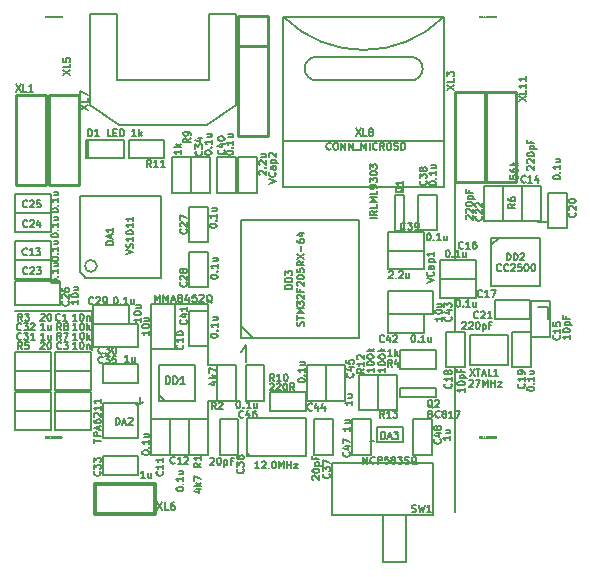
<source format=gto>
G04 (created by PCBNEW (2013-07-07 BZR 4022)-stable) date 18/10/2014 20:02:36*
%MOIN*%
G04 Gerber Fmt 3.4, Leading zero omitted, Abs format*
%FSLAX34Y34*%
G01*
G70*
G90*
G04 APERTURE LIST*
%ADD10C,0.00590551*%
%ADD11C,0.00787402*%
%ADD12C,0.005*%
%ADD13C,0.01*%
%ADD14C,0.012*%
%ADD15C,0.0079*%
%ADD16C,0.0059*%
%ADD17C,0.00625*%
%ADD18C,0.0063*%
%ADD19C,0.0001*%
G04 APERTURE END LIST*
G54D10*
G54D11*
X75039Y-49645D02*
X75039Y-50944D01*
X72480Y-49645D02*
X75039Y-49645D01*
X86653Y-49212D02*
X87125Y-49212D01*
X86653Y-47952D02*
X86653Y-49212D01*
X87125Y-47952D02*
X86653Y-47952D01*
X79842Y-52637D02*
X79842Y-51456D01*
X79212Y-52637D02*
X79842Y-52637D01*
X77007Y-50905D02*
X77007Y-53267D01*
X78897Y-52637D02*
X78897Y-53267D01*
X79212Y-52637D02*
X78897Y-52637D01*
X78897Y-51456D02*
X79842Y-51456D01*
X78897Y-49409D02*
X78897Y-51456D01*
X77795Y-49409D02*
X78897Y-49409D01*
X87125Y-51535D02*
X87125Y-56338D01*
X87125Y-49212D02*
X87125Y-50354D01*
X87125Y-45354D02*
X87125Y-47952D01*
G54D10*
X78937Y-39763D02*
X79842Y-39763D01*
X79842Y-39763D02*
X79842Y-42795D01*
X79842Y-42795D02*
X78858Y-43464D01*
X78858Y-43464D02*
X75944Y-43464D01*
X75944Y-43464D02*
X74960Y-42795D01*
X74960Y-42795D02*
X74960Y-39763D01*
X74960Y-39763D02*
X75866Y-39763D01*
X78937Y-39763D02*
X78937Y-41968D01*
X78937Y-41968D02*
X75866Y-41968D01*
X75866Y-41968D02*
X75866Y-39763D01*
G54D12*
X85125Y-46977D02*
X85125Y-45777D01*
X85125Y-45777D02*
X85425Y-45777D01*
X85425Y-45777D02*
X85425Y-46977D01*
X85425Y-46977D02*
X85125Y-46977D01*
G54D13*
X80893Y-40811D02*
X79893Y-40811D01*
X80893Y-39811D02*
X80893Y-43811D01*
X80893Y-43811D02*
X79893Y-43811D01*
X79893Y-43811D02*
X79893Y-39811D01*
X79893Y-39811D02*
X80893Y-39811D01*
X89161Y-42358D02*
X89161Y-45358D01*
X89161Y-45358D02*
X88161Y-45358D01*
X88161Y-45358D02*
X88161Y-42358D01*
X88161Y-42358D02*
X89161Y-42358D01*
X88137Y-42358D02*
X88137Y-45358D01*
X88137Y-45358D02*
X87137Y-45358D01*
X87137Y-45358D02*
X87137Y-42358D01*
X87137Y-42358D02*
X88137Y-42358D01*
X73492Y-42437D02*
X73492Y-45437D01*
X73492Y-45437D02*
X72492Y-45437D01*
X72492Y-45437D02*
X72492Y-42437D01*
X72492Y-42437D02*
X73492Y-42437D01*
X74594Y-42437D02*
X74594Y-45437D01*
X74594Y-45437D02*
X73594Y-45437D01*
X73594Y-45437D02*
X73594Y-42437D01*
X73594Y-42437D02*
X74594Y-42437D01*
G54D14*
X75141Y-56405D02*
X75141Y-55405D01*
X75141Y-55405D02*
X77141Y-55405D01*
X77141Y-55405D02*
X77141Y-56405D01*
X77141Y-56405D02*
X75141Y-56405D01*
G54D15*
X84448Y-53976D02*
X84310Y-53976D01*
X84310Y-53976D02*
X84350Y-54015D01*
X84960Y-54035D02*
X84527Y-54035D01*
X84527Y-54035D02*
X84527Y-53523D01*
X84527Y-53523D02*
X85393Y-53523D01*
X85393Y-53523D02*
X85393Y-54035D01*
X85393Y-54035D02*
X84960Y-54035D01*
G54D10*
X79527Y-52637D02*
X79212Y-52637D01*
X79212Y-52637D02*
X79212Y-51456D01*
X79212Y-51456D02*
X79842Y-51456D01*
X79842Y-51456D02*
X79842Y-52637D01*
X79842Y-52637D02*
X79527Y-52637D01*
X78582Y-54448D02*
X78267Y-54448D01*
X78267Y-54448D02*
X78267Y-53267D01*
X78267Y-53267D02*
X78897Y-53267D01*
X78897Y-53267D02*
X78897Y-54448D01*
X78897Y-54448D02*
X78582Y-54448D01*
X84251Y-52952D02*
X83937Y-52952D01*
X83937Y-52952D02*
X83937Y-51771D01*
X83937Y-51771D02*
X84566Y-51771D01*
X84566Y-51771D02*
X84566Y-52952D01*
X84566Y-52952D02*
X84251Y-52952D01*
X84881Y-51771D02*
X85196Y-51771D01*
X85196Y-51771D02*
X85196Y-52952D01*
X85196Y-52952D02*
X84566Y-52952D01*
X84566Y-52952D02*
X84566Y-51771D01*
X84566Y-51771D02*
X84881Y-51771D01*
X73661Y-53307D02*
X73661Y-53622D01*
X73661Y-53622D02*
X72480Y-53622D01*
X72480Y-53622D02*
X72480Y-52992D01*
X72480Y-52992D02*
X73661Y-52992D01*
X73661Y-52992D02*
X73661Y-53307D01*
X73818Y-51968D02*
X73818Y-51653D01*
X73818Y-51653D02*
X75000Y-51653D01*
X75000Y-51653D02*
X75000Y-52283D01*
X75000Y-52283D02*
X73818Y-52283D01*
X73818Y-52283D02*
X73818Y-51968D01*
X73818Y-52677D02*
X73818Y-52362D01*
X73818Y-52362D02*
X75000Y-52362D01*
X75000Y-52362D02*
X75000Y-52992D01*
X75000Y-52992D02*
X73818Y-52992D01*
X73818Y-52992D02*
X73818Y-52677D01*
X77440Y-44251D02*
X77440Y-44566D01*
X77440Y-44566D02*
X76259Y-44566D01*
X76259Y-44566D02*
X76259Y-43937D01*
X76259Y-43937D02*
X77440Y-43937D01*
X77440Y-43937D02*
X77440Y-44251D01*
X78031Y-44527D02*
X78346Y-44527D01*
X78346Y-44527D02*
X78346Y-45708D01*
X78346Y-45708D02*
X77716Y-45708D01*
X77716Y-45708D02*
X77716Y-44527D01*
X77716Y-44527D02*
X78031Y-44527D01*
X85314Y-51259D02*
X85314Y-50944D01*
X85314Y-50944D02*
X86496Y-50944D01*
X86496Y-50944D02*
X86496Y-51574D01*
X86496Y-51574D02*
X85314Y-51574D01*
X85314Y-51574D02*
X85314Y-51259D01*
X73661Y-51338D02*
X73661Y-51653D01*
X73661Y-51653D02*
X72480Y-51653D01*
X72480Y-51653D02*
X72480Y-51023D01*
X72480Y-51023D02*
X73661Y-51023D01*
X73661Y-51023D02*
X73661Y-51338D01*
X80984Y-52677D02*
X80984Y-52362D01*
X80984Y-52362D02*
X82165Y-52362D01*
X82165Y-52362D02*
X82165Y-52992D01*
X82165Y-52992D02*
X80984Y-52992D01*
X80984Y-52992D02*
X80984Y-52677D01*
X89055Y-46653D02*
X88740Y-46653D01*
X88740Y-46653D02*
X88740Y-45472D01*
X88740Y-45472D02*
X89370Y-45472D01*
X89370Y-45472D02*
X89370Y-46653D01*
X89370Y-46653D02*
X89055Y-46653D01*
X88346Y-47459D02*
X88602Y-47203D01*
X88346Y-47203D02*
X89960Y-47203D01*
X89960Y-47203D02*
X89960Y-48817D01*
X89960Y-48817D02*
X88346Y-48817D01*
X88346Y-48817D02*
X88346Y-47203D01*
G54D16*
X77283Y-52441D02*
X77480Y-52638D01*
X77283Y-51456D02*
X78465Y-51456D01*
X78465Y-51456D02*
X78465Y-52638D01*
X78465Y-52638D02*
X77283Y-52638D01*
X77283Y-52638D02*
X77283Y-51456D01*
X81417Y-43976D02*
X86771Y-43976D01*
X85669Y-41969D02*
G75*
G03X86063Y-41575I0J394D01*
G74*
G01*
X86063Y-41575D02*
G75*
G03X85669Y-41181I-394J0D01*
G74*
G01*
X82519Y-41181D02*
G75*
G03X82125Y-41575I0J-394D01*
G74*
G01*
X82126Y-41575D02*
G75*
G03X82519Y-41968I393J0D01*
G74*
G01*
X85669Y-41181D02*
X82519Y-41181D01*
X82519Y-41968D02*
X85669Y-41968D01*
X81417Y-39842D02*
G75*
G03X86771Y-39842I2677J2677D01*
G74*
G01*
X81417Y-39842D02*
X86771Y-39842D01*
X86771Y-39842D02*
X86771Y-45512D01*
X86771Y-45512D02*
X81417Y-45512D01*
X81417Y-45512D02*
X81417Y-39842D01*
X80157Y-51338D02*
X80157Y-50787D01*
X80157Y-50787D02*
X79999Y-51023D01*
X80393Y-50551D02*
X79999Y-50157D01*
X79999Y-50551D02*
X79999Y-46613D01*
X79999Y-46613D02*
X83937Y-46613D01*
X83937Y-46613D02*
X83937Y-50551D01*
X83937Y-50551D02*
X79999Y-50551D01*
G54D12*
X77342Y-45827D02*
X77342Y-48543D01*
X77342Y-48543D02*
X74803Y-48543D01*
X74803Y-48523D02*
X74626Y-48346D01*
X74626Y-48346D02*
X74626Y-45807D01*
X74626Y-45807D02*
X77323Y-45807D01*
X75197Y-48149D02*
G75*
G03X75197Y-48149I-197J0D01*
G74*
G01*
G54D10*
X74921Y-44566D02*
X74862Y-44566D01*
X74862Y-44566D02*
X74862Y-43937D01*
X74862Y-43937D02*
X74921Y-43937D01*
X74921Y-43937D02*
X74822Y-43937D01*
X74822Y-43937D02*
X74822Y-44566D01*
X74822Y-44566D02*
X74862Y-44566D01*
X76102Y-44251D02*
X76102Y-44566D01*
X76102Y-44566D02*
X74921Y-44566D01*
X74921Y-44566D02*
X74921Y-43937D01*
X74921Y-43937D02*
X76102Y-43937D01*
X76102Y-43937D02*
X76102Y-44291D01*
G54D16*
X80197Y-54389D02*
X80295Y-54488D01*
X82165Y-53228D02*
X82165Y-54488D01*
X82165Y-54488D02*
X80197Y-54488D01*
X80197Y-54488D02*
X80197Y-53228D01*
X80197Y-53228D02*
X82165Y-53228D01*
X88897Y-50452D02*
X88897Y-51436D01*
X88897Y-51436D02*
X87637Y-51436D01*
X87637Y-51436D02*
X87637Y-50452D01*
X87637Y-50452D02*
X88897Y-50452D01*
G54D10*
X73976Y-49448D02*
X72480Y-49448D01*
X72480Y-49448D02*
X72480Y-48661D01*
X72480Y-48661D02*
X73976Y-48661D01*
X73976Y-48661D02*
X73976Y-49448D01*
X76574Y-50866D02*
X75078Y-50866D01*
X75078Y-50866D02*
X75078Y-50078D01*
X75078Y-50078D02*
X76574Y-50078D01*
X76574Y-50078D02*
X76574Y-50866D01*
X77007Y-50905D02*
X77007Y-49409D01*
X77007Y-49409D02*
X77795Y-49409D01*
X77795Y-49409D02*
X77795Y-50905D01*
X77795Y-50905D02*
X77007Y-50905D01*
X84921Y-48976D02*
X86417Y-48976D01*
X86417Y-48976D02*
X86417Y-49763D01*
X86417Y-49763D02*
X84921Y-49763D01*
X84921Y-49763D02*
X84921Y-48976D01*
X90551Y-46889D02*
X90236Y-46889D01*
X90236Y-46889D02*
X90236Y-45708D01*
X90236Y-45708D02*
X90866Y-45708D01*
X90866Y-45708D02*
X90866Y-46889D01*
X90866Y-46889D02*
X90551Y-46889D01*
X90000Y-49330D02*
X90314Y-49330D01*
X90314Y-49330D02*
X90314Y-50511D01*
X90314Y-50511D02*
X89685Y-50511D01*
X89685Y-50511D02*
X89685Y-49330D01*
X89685Y-49330D02*
X90000Y-49330D01*
X89645Y-49606D02*
X89645Y-49921D01*
X89645Y-49921D02*
X88464Y-49921D01*
X88464Y-49921D02*
X88464Y-49291D01*
X88464Y-49291D02*
X89645Y-49291D01*
X89645Y-49291D02*
X89645Y-49606D01*
X89685Y-46653D02*
X89370Y-46653D01*
X89370Y-46653D02*
X89370Y-45472D01*
X89370Y-45472D02*
X90000Y-45472D01*
X90000Y-45472D02*
X90000Y-46653D01*
X90000Y-46653D02*
X89685Y-46653D01*
X87834Y-48267D02*
X87834Y-48582D01*
X87834Y-48582D02*
X86653Y-48582D01*
X86653Y-48582D02*
X86653Y-47952D01*
X86653Y-47952D02*
X87834Y-47952D01*
X87834Y-47952D02*
X87834Y-48267D01*
X88425Y-46653D02*
X88110Y-46653D01*
X88110Y-46653D02*
X88110Y-45472D01*
X88110Y-45472D02*
X88740Y-45472D01*
X88740Y-45472D02*
X88740Y-46653D01*
X88740Y-46653D02*
X88425Y-46653D01*
X89370Y-50354D02*
X89685Y-50354D01*
X89685Y-50354D02*
X89685Y-51535D01*
X89685Y-51535D02*
X89055Y-51535D01*
X89055Y-51535D02*
X89055Y-50354D01*
X89055Y-50354D02*
X89370Y-50354D01*
X87834Y-48897D02*
X87834Y-49212D01*
X87834Y-49212D02*
X86653Y-49212D01*
X86653Y-49212D02*
X86653Y-48582D01*
X86653Y-48582D02*
X87834Y-48582D01*
X87834Y-48582D02*
X87834Y-48897D01*
X82755Y-53267D02*
X83070Y-53267D01*
X83070Y-53267D02*
X83070Y-54448D01*
X83070Y-54448D02*
X82440Y-54448D01*
X82440Y-54448D02*
X82440Y-53267D01*
X82440Y-53267D02*
X82755Y-53267D01*
X87165Y-51535D02*
X86850Y-51535D01*
X86850Y-51535D02*
X86850Y-50354D01*
X86850Y-50354D02*
X87480Y-50354D01*
X87480Y-50354D02*
X87480Y-51535D01*
X87480Y-51535D02*
X87165Y-51535D01*
X83149Y-51456D02*
X83464Y-51456D01*
X83464Y-51456D02*
X83464Y-52637D01*
X83464Y-52637D02*
X82834Y-52637D01*
X82834Y-52637D02*
X82834Y-51456D01*
X82834Y-51456D02*
X83149Y-51456D01*
X84921Y-47322D02*
X84921Y-47007D01*
X84921Y-47007D02*
X86102Y-47007D01*
X86102Y-47007D02*
X86102Y-47637D01*
X86102Y-47637D02*
X84921Y-47637D01*
X84921Y-47637D02*
X84921Y-47322D01*
X77322Y-53267D02*
X77637Y-53267D01*
X77637Y-53267D02*
X77637Y-54448D01*
X77637Y-54448D02*
X77007Y-54448D01*
X77007Y-54448D02*
X77007Y-53267D01*
X77007Y-53267D02*
X77322Y-53267D01*
X78661Y-45708D02*
X78346Y-45708D01*
X78346Y-45708D02*
X78346Y-44527D01*
X78346Y-44527D02*
X78976Y-44527D01*
X78976Y-44527D02*
X78976Y-45708D01*
X78976Y-45708D02*
X78661Y-45708D01*
X77952Y-53267D02*
X78267Y-53267D01*
X78267Y-53267D02*
X78267Y-54448D01*
X78267Y-54448D02*
X77637Y-54448D01*
X77637Y-54448D02*
X77637Y-53267D01*
X77637Y-53267D02*
X77952Y-53267D01*
X86220Y-45787D02*
X86535Y-45787D01*
X86535Y-45787D02*
X86535Y-46968D01*
X86535Y-46968D02*
X85905Y-46968D01*
X85905Y-46968D02*
X85905Y-45787D01*
X85905Y-45787D02*
X86220Y-45787D01*
X80236Y-45708D02*
X79921Y-45708D01*
X79921Y-45708D02*
X79921Y-44527D01*
X79921Y-44527D02*
X80551Y-44527D01*
X80551Y-44527D02*
X80551Y-45708D01*
X80551Y-45708D02*
X80236Y-45708D01*
X84921Y-47952D02*
X84921Y-47637D01*
X84921Y-47637D02*
X86102Y-47637D01*
X86102Y-47637D02*
X86102Y-48267D01*
X86102Y-48267D02*
X84921Y-48267D01*
X84921Y-48267D02*
X84921Y-47952D01*
X79527Y-45708D02*
X79212Y-45708D01*
X79212Y-45708D02*
X79212Y-44527D01*
X79212Y-44527D02*
X79842Y-44527D01*
X79842Y-44527D02*
X79842Y-45708D01*
X79842Y-45708D02*
X79527Y-45708D01*
X78582Y-50826D02*
X78267Y-50826D01*
X78267Y-50826D02*
X78267Y-49645D01*
X78267Y-49645D02*
X78897Y-49645D01*
X78897Y-49645D02*
X78897Y-50826D01*
X78897Y-50826D02*
X78582Y-50826D01*
X84921Y-50078D02*
X84921Y-49763D01*
X84921Y-49763D02*
X86102Y-49763D01*
X86102Y-49763D02*
X86102Y-50393D01*
X86102Y-50393D02*
X84921Y-50393D01*
X84921Y-50393D02*
X84921Y-50078D01*
X82519Y-51456D02*
X82834Y-51456D01*
X82834Y-51456D02*
X82834Y-52637D01*
X82834Y-52637D02*
X82204Y-52637D01*
X82204Y-52637D02*
X82204Y-51456D01*
X82204Y-51456D02*
X82519Y-51456D01*
X80472Y-51456D02*
X80787Y-51456D01*
X80787Y-51456D02*
X80787Y-52637D01*
X80787Y-52637D02*
X80157Y-52637D01*
X80157Y-52637D02*
X80157Y-51456D01*
X80157Y-51456D02*
X80472Y-51456D01*
X75393Y-54803D02*
X75393Y-54488D01*
X75393Y-54488D02*
X76574Y-54488D01*
X76574Y-54488D02*
X76574Y-55118D01*
X76574Y-55118D02*
X75393Y-55118D01*
X75393Y-55118D02*
X75393Y-54803D01*
X76574Y-51732D02*
X76574Y-52047D01*
X76574Y-52047D02*
X75393Y-52047D01*
X75393Y-52047D02*
X75393Y-51417D01*
X75393Y-51417D02*
X76574Y-51417D01*
X76574Y-51417D02*
X76574Y-51732D01*
X73661Y-47637D02*
X73661Y-47952D01*
X73661Y-47952D02*
X72480Y-47952D01*
X72480Y-47952D02*
X72480Y-47322D01*
X72480Y-47322D02*
X73661Y-47322D01*
X73661Y-47322D02*
X73661Y-47637D01*
X73661Y-48267D02*
X73661Y-48582D01*
X73661Y-48582D02*
X72480Y-48582D01*
X72480Y-48582D02*
X72480Y-47952D01*
X72480Y-47952D02*
X73661Y-47952D01*
X73661Y-47952D02*
X73661Y-48267D01*
X73661Y-52677D02*
X73661Y-52992D01*
X73661Y-52992D02*
X72480Y-52992D01*
X72480Y-52992D02*
X72480Y-52362D01*
X72480Y-52362D02*
X73661Y-52362D01*
X73661Y-52362D02*
X73661Y-52677D01*
X73661Y-51968D02*
X73661Y-52283D01*
X73661Y-52283D02*
X72480Y-52283D01*
X72480Y-52283D02*
X72480Y-51653D01*
X72480Y-51653D02*
X73661Y-51653D01*
X73661Y-51653D02*
X73661Y-51968D01*
X79606Y-54448D02*
X79291Y-54448D01*
X79291Y-54448D02*
X79291Y-53267D01*
X79291Y-53267D02*
X79921Y-53267D01*
X79921Y-53267D02*
X79921Y-54448D01*
X79921Y-54448D02*
X79606Y-54448D01*
X78582Y-47362D02*
X78267Y-47362D01*
X78267Y-47362D02*
X78267Y-46181D01*
X78267Y-46181D02*
X78897Y-46181D01*
X78897Y-46181D02*
X78897Y-47362D01*
X78897Y-47362D02*
X78582Y-47362D01*
X76259Y-49763D02*
X76259Y-50078D01*
X76259Y-50078D02*
X75078Y-50078D01*
X75078Y-50078D02*
X75078Y-49448D01*
X75078Y-49448D02*
X76259Y-49448D01*
X76259Y-49448D02*
X76259Y-49763D01*
X75000Y-51338D02*
X75000Y-51653D01*
X75000Y-51653D02*
X73818Y-51653D01*
X73818Y-51653D02*
X73818Y-51023D01*
X73818Y-51023D02*
X75000Y-51023D01*
X75000Y-51023D02*
X75000Y-51338D01*
X78582Y-48858D02*
X78267Y-48858D01*
X78267Y-48858D02*
X78267Y-47677D01*
X78267Y-47677D02*
X78897Y-47677D01*
X78897Y-47677D02*
X78897Y-48858D01*
X78897Y-48858D02*
X78582Y-48858D01*
X75000Y-53307D02*
X75000Y-53622D01*
X75000Y-53622D02*
X73818Y-53622D01*
X73818Y-53622D02*
X73818Y-52992D01*
X73818Y-52992D02*
X75000Y-52992D01*
X75000Y-52992D02*
X75000Y-53307D01*
X73661Y-46692D02*
X73661Y-47007D01*
X73661Y-47007D02*
X72480Y-47007D01*
X72480Y-47007D02*
X72480Y-46377D01*
X72480Y-46377D02*
X73661Y-46377D01*
X73661Y-46377D02*
X73661Y-46692D01*
X86062Y-53267D02*
X86377Y-53267D01*
X86377Y-53267D02*
X86377Y-54448D01*
X86377Y-54448D02*
X85748Y-54448D01*
X85748Y-54448D02*
X85748Y-53267D01*
X85748Y-53267D02*
X86062Y-53267D01*
X84015Y-54448D02*
X83700Y-54448D01*
X83700Y-54448D02*
X83700Y-53267D01*
X83700Y-53267D02*
X84330Y-53267D01*
X84330Y-53267D02*
X84330Y-54448D01*
X84330Y-54448D02*
X84015Y-54448D01*
X73661Y-46062D02*
X73661Y-46377D01*
X73661Y-46377D02*
X72480Y-46377D01*
X72480Y-46377D02*
X72480Y-45748D01*
X72480Y-45748D02*
X73661Y-45748D01*
X73661Y-45748D02*
X73661Y-46062D01*
X76732Y-52677D02*
X76653Y-52755D01*
X76653Y-52755D02*
X76653Y-52519D01*
G54D16*
X76456Y-52716D02*
X76575Y-52835D01*
G54D12*
X75393Y-53898D02*
X75393Y-52716D01*
X75393Y-52716D02*
X76575Y-52716D01*
X76575Y-52716D02*
X76575Y-53898D01*
X76575Y-53898D02*
X75393Y-53898D01*
X85305Y-52212D02*
X86505Y-52212D01*
X86505Y-52212D02*
X86505Y-52512D01*
X86505Y-52512D02*
X85305Y-52512D01*
X85305Y-52512D02*
X85305Y-52212D01*
G54D10*
X84724Y-56456D02*
X84724Y-58031D01*
X84724Y-58031D02*
X85511Y-58031D01*
X85511Y-58031D02*
X85511Y-56456D01*
X83031Y-54724D02*
X86417Y-54724D01*
X86417Y-54724D02*
X86417Y-56456D01*
X86417Y-56456D02*
X83031Y-56456D01*
X83031Y-56456D02*
X83031Y-54724D01*
X89901Y-49526D02*
X90248Y-49526D01*
X90248Y-49526D02*
X90248Y-49920D01*
X89901Y-46692D02*
X90248Y-46692D01*
X90248Y-46692D02*
X90248Y-46298D01*
X74071Y-41782D02*
X74308Y-41625D01*
X74071Y-41625D02*
X74308Y-41782D01*
X74308Y-41422D02*
X74308Y-41535D01*
X74071Y-41535D01*
X74071Y-41231D02*
X74071Y-41344D01*
X74184Y-41355D01*
X74173Y-41344D01*
X74161Y-41321D01*
X74161Y-41265D01*
X74173Y-41242D01*
X74184Y-41231D01*
X74206Y-41220D01*
X74263Y-41220D01*
X74285Y-41231D01*
X74296Y-41242D01*
X74308Y-41265D01*
X74308Y-41321D01*
X74296Y-41344D01*
X74285Y-41355D01*
G54D16*
X85432Y-45534D02*
X85421Y-45556D01*
X85399Y-45579D01*
X85365Y-45612D01*
X85354Y-45635D01*
X85354Y-45657D01*
X85410Y-45646D02*
X85399Y-45669D01*
X85376Y-45691D01*
X85331Y-45702D01*
X85253Y-45702D01*
X85208Y-45691D01*
X85185Y-45669D01*
X85174Y-45646D01*
X85174Y-45601D01*
X85185Y-45579D01*
X85208Y-45556D01*
X85253Y-45545D01*
X85331Y-45545D01*
X85376Y-45556D01*
X85399Y-45579D01*
X85410Y-45601D01*
X85410Y-45646D01*
X85410Y-45320D02*
X85410Y-45455D01*
X85410Y-45388D02*
X85174Y-45388D01*
X85208Y-45410D01*
X85230Y-45433D01*
X85241Y-45455D01*
X84544Y-46562D02*
X84308Y-46562D01*
X84544Y-46315D02*
X84431Y-46394D01*
X84544Y-46450D02*
X84308Y-46450D01*
X84308Y-46360D01*
X84319Y-46337D01*
X84330Y-46326D01*
X84353Y-46315D01*
X84387Y-46315D01*
X84409Y-46326D01*
X84420Y-46337D01*
X84431Y-46360D01*
X84431Y-46450D01*
X84544Y-46101D02*
X84544Y-46214D01*
X84308Y-46214D01*
X84544Y-46023D02*
X84308Y-46023D01*
X84476Y-45944D01*
X84308Y-45865D01*
X84544Y-45865D01*
X84544Y-45641D02*
X84544Y-45753D01*
X84308Y-45753D01*
X84544Y-45551D02*
X84544Y-45506D01*
X84533Y-45483D01*
X84521Y-45472D01*
X84488Y-45450D01*
X84443Y-45438D01*
X84353Y-45438D01*
X84330Y-45450D01*
X84319Y-45461D01*
X84308Y-45483D01*
X84308Y-45528D01*
X84319Y-45551D01*
X84330Y-45562D01*
X84353Y-45573D01*
X84409Y-45573D01*
X84431Y-45562D01*
X84443Y-45551D01*
X84454Y-45528D01*
X84454Y-45483D01*
X84443Y-45461D01*
X84431Y-45450D01*
X84409Y-45438D01*
X84308Y-45360D02*
X84308Y-45214D01*
X84398Y-45292D01*
X84398Y-45259D01*
X84409Y-45236D01*
X84420Y-45225D01*
X84443Y-45214D01*
X84499Y-45214D01*
X84521Y-45225D01*
X84533Y-45236D01*
X84544Y-45259D01*
X84544Y-45326D01*
X84533Y-45349D01*
X84521Y-45360D01*
X84308Y-45068D02*
X84308Y-45045D01*
X84319Y-45023D01*
X84330Y-45011D01*
X84353Y-45000D01*
X84398Y-44989D01*
X84454Y-44989D01*
X84499Y-45000D01*
X84521Y-45011D01*
X84533Y-45023D01*
X84544Y-45045D01*
X84544Y-45068D01*
X84533Y-45090D01*
X84521Y-45101D01*
X84499Y-45113D01*
X84454Y-45124D01*
X84398Y-45124D01*
X84353Y-45113D01*
X84330Y-45101D01*
X84319Y-45090D01*
X84308Y-45068D01*
X84308Y-44910D02*
X84308Y-44764D01*
X84398Y-44843D01*
X84398Y-44809D01*
X84409Y-44787D01*
X84420Y-44775D01*
X84443Y-44764D01*
X84499Y-44764D01*
X84521Y-44775D01*
X84533Y-44787D01*
X84544Y-44809D01*
X84544Y-44877D01*
X84533Y-44899D01*
X84521Y-44910D01*
G54D17*
X89260Y-42666D02*
X89510Y-42500D01*
X89260Y-42500D02*
X89510Y-42666D01*
X89510Y-42285D02*
X89510Y-42404D01*
X89260Y-42404D01*
X89510Y-42071D02*
X89510Y-42214D01*
X89510Y-42142D02*
X89260Y-42142D01*
X89296Y-42166D01*
X89320Y-42190D01*
X89332Y-42214D01*
X89510Y-41833D02*
X89510Y-41976D01*
X89510Y-41904D02*
X89260Y-41904D01*
X89296Y-41928D01*
X89320Y-41952D01*
X89332Y-41976D01*
G54D18*
G54D17*
X86859Y-42272D02*
X87109Y-42105D01*
X86859Y-42105D02*
X87109Y-42272D01*
X87109Y-41891D02*
X87109Y-42010D01*
X86859Y-42010D01*
X86859Y-41831D02*
X86859Y-41676D01*
X86954Y-41760D01*
X86954Y-41724D01*
X86966Y-41700D01*
X86978Y-41688D01*
X87001Y-41676D01*
X87061Y-41676D01*
X87085Y-41688D01*
X87097Y-41700D01*
X87109Y-41724D01*
X87109Y-41795D01*
X87097Y-41819D01*
X87085Y-41831D01*
G54D18*
G54D17*
X72491Y-42095D02*
X72658Y-42345D01*
X72658Y-42095D02*
X72491Y-42345D01*
X72872Y-42345D02*
X72753Y-42345D01*
X72753Y-42095D01*
X73086Y-42345D02*
X72944Y-42345D01*
X73015Y-42345D02*
X73015Y-42095D01*
X72991Y-42130D01*
X72967Y-42154D01*
X72944Y-42166D01*
G54D18*
G54D17*
X74654Y-42941D02*
X74904Y-42774D01*
X74654Y-42774D02*
X74904Y-42941D01*
X74904Y-42560D02*
X74904Y-42679D01*
X74654Y-42679D01*
X74654Y-42500D02*
X74654Y-42334D01*
X74904Y-42441D01*
G54D18*
G54D17*
X77216Y-56032D02*
X77382Y-56282D01*
X77382Y-56032D02*
X77216Y-56282D01*
X77597Y-56282D02*
X77478Y-56282D01*
X77478Y-56032D01*
X77787Y-56032D02*
X77739Y-56032D01*
X77716Y-56044D01*
X77704Y-56056D01*
X77680Y-56091D01*
X77668Y-56139D01*
X77668Y-56234D01*
X77680Y-56258D01*
X77692Y-56270D01*
X77716Y-56282D01*
X77763Y-56282D01*
X77787Y-56270D01*
X77799Y-56258D01*
X77811Y-56234D01*
X77811Y-56175D01*
X77799Y-56151D01*
X77787Y-56139D01*
X77763Y-56127D01*
X77716Y-56127D01*
X77692Y-56139D01*
X77680Y-56151D01*
X77668Y-56175D01*
G54D18*
G54D16*
X84685Y-53914D02*
X84685Y-53678D01*
X84741Y-53678D01*
X84775Y-53689D01*
X84797Y-53712D01*
X84808Y-53734D01*
X84820Y-53779D01*
X84820Y-53813D01*
X84808Y-53858D01*
X84797Y-53880D01*
X84775Y-53903D01*
X84741Y-53914D01*
X84685Y-53914D01*
X84910Y-53846D02*
X85022Y-53846D01*
X84887Y-53914D02*
X84966Y-53678D01*
X85044Y-53914D01*
X85101Y-53678D02*
X85247Y-53678D01*
X85168Y-53768D01*
X85202Y-53768D01*
X85224Y-53779D01*
X85235Y-53790D01*
X85247Y-53813D01*
X85247Y-53869D01*
X85235Y-53891D01*
X85224Y-53903D01*
X85202Y-53914D01*
X85134Y-53914D01*
X85112Y-53903D01*
X85101Y-53891D01*
X84084Y-54741D02*
X84084Y-54505D01*
X84218Y-54741D01*
X84218Y-54505D01*
X84466Y-54718D02*
X84454Y-54729D01*
X84421Y-54741D01*
X84398Y-54741D01*
X84365Y-54729D01*
X84342Y-54707D01*
X84331Y-54685D01*
X84320Y-54640D01*
X84320Y-54606D01*
X84331Y-54561D01*
X84342Y-54538D01*
X84365Y-54516D01*
X84398Y-54505D01*
X84421Y-54505D01*
X84454Y-54516D01*
X84466Y-54527D01*
X84567Y-54741D02*
X84567Y-54505D01*
X84657Y-54505D01*
X84679Y-54516D01*
X84690Y-54527D01*
X84702Y-54550D01*
X84702Y-54583D01*
X84690Y-54606D01*
X84679Y-54617D01*
X84657Y-54628D01*
X84567Y-54628D01*
X84915Y-54505D02*
X84803Y-54505D01*
X84792Y-54617D01*
X84803Y-54606D01*
X84825Y-54595D01*
X84881Y-54595D01*
X84904Y-54606D01*
X84915Y-54617D01*
X84926Y-54640D01*
X84926Y-54696D01*
X84915Y-54718D01*
X84904Y-54729D01*
X84881Y-54741D01*
X84825Y-54741D01*
X84803Y-54729D01*
X84792Y-54718D01*
X85061Y-54606D02*
X85039Y-54595D01*
X85028Y-54583D01*
X85016Y-54561D01*
X85016Y-54550D01*
X85028Y-54527D01*
X85039Y-54516D01*
X85061Y-54505D01*
X85106Y-54505D01*
X85129Y-54516D01*
X85140Y-54527D01*
X85151Y-54550D01*
X85151Y-54561D01*
X85140Y-54583D01*
X85129Y-54595D01*
X85106Y-54606D01*
X85061Y-54606D01*
X85039Y-54617D01*
X85028Y-54628D01*
X85016Y-54651D01*
X85016Y-54696D01*
X85028Y-54718D01*
X85039Y-54729D01*
X85061Y-54741D01*
X85106Y-54741D01*
X85129Y-54729D01*
X85140Y-54718D01*
X85151Y-54696D01*
X85151Y-54651D01*
X85140Y-54628D01*
X85129Y-54617D01*
X85106Y-54606D01*
X85230Y-54505D02*
X85376Y-54505D01*
X85297Y-54595D01*
X85331Y-54595D01*
X85353Y-54606D01*
X85365Y-54617D01*
X85376Y-54640D01*
X85376Y-54696D01*
X85365Y-54718D01*
X85353Y-54729D01*
X85331Y-54741D01*
X85264Y-54741D01*
X85241Y-54729D01*
X85230Y-54718D01*
X85466Y-54729D02*
X85500Y-54741D01*
X85556Y-54741D01*
X85578Y-54729D01*
X85589Y-54718D01*
X85601Y-54696D01*
X85601Y-54673D01*
X85589Y-54651D01*
X85578Y-54640D01*
X85556Y-54628D01*
X85511Y-54617D01*
X85488Y-54606D01*
X85477Y-54595D01*
X85466Y-54572D01*
X85466Y-54550D01*
X85477Y-54527D01*
X85488Y-54516D01*
X85511Y-54505D01*
X85567Y-54505D01*
X85601Y-54516D01*
X85859Y-54763D02*
X85837Y-54752D01*
X85814Y-54729D01*
X85781Y-54696D01*
X85758Y-54685D01*
X85736Y-54685D01*
X85747Y-54741D02*
X85724Y-54729D01*
X85702Y-54707D01*
X85691Y-54662D01*
X85691Y-54583D01*
X85702Y-54538D01*
X85724Y-54516D01*
X85747Y-54505D01*
X85792Y-54505D01*
X85814Y-54516D01*
X85837Y-54538D01*
X85848Y-54583D01*
X85848Y-54662D01*
X85837Y-54707D01*
X85814Y-54729D01*
X85792Y-54741D01*
X85747Y-54741D01*
G54D10*
X79173Y-52930D02*
X79094Y-52817D01*
X79038Y-52930D02*
X79038Y-52694D01*
X79128Y-52694D01*
X79150Y-52705D01*
X79161Y-52716D01*
X79173Y-52739D01*
X79173Y-52772D01*
X79161Y-52795D01*
X79150Y-52806D01*
X79128Y-52817D01*
X79038Y-52817D01*
X79263Y-52716D02*
X79274Y-52705D01*
X79296Y-52694D01*
X79353Y-52694D01*
X79375Y-52705D01*
X79386Y-52716D01*
X79398Y-52739D01*
X79398Y-52761D01*
X79386Y-52795D01*
X79251Y-52930D01*
X79398Y-52930D01*
X79032Y-52013D02*
X79190Y-52013D01*
X78942Y-52069D02*
X79111Y-52125D01*
X79111Y-51979D01*
X79190Y-51889D02*
X78953Y-51889D01*
X79100Y-51867D02*
X79190Y-51799D01*
X79032Y-51799D02*
X79122Y-51889D01*
X78953Y-51721D02*
X78953Y-51563D01*
X79190Y-51664D01*
X78678Y-54724D02*
X78565Y-54803D01*
X78678Y-54859D02*
X78442Y-54859D01*
X78442Y-54769D01*
X78453Y-54746D01*
X78464Y-54735D01*
X78487Y-54724D01*
X78520Y-54724D01*
X78543Y-54735D01*
X78554Y-54746D01*
X78565Y-54769D01*
X78565Y-54859D01*
X78678Y-54499D02*
X78678Y-54634D01*
X78678Y-54566D02*
X78442Y-54566D01*
X78475Y-54589D01*
X78498Y-54611D01*
X78509Y-54634D01*
X78520Y-55596D02*
X78678Y-55596D01*
X78430Y-55652D02*
X78599Y-55708D01*
X78599Y-55562D01*
X78678Y-55472D02*
X78442Y-55472D01*
X78588Y-55449D02*
X78678Y-55382D01*
X78520Y-55382D02*
X78610Y-55472D01*
X78442Y-55303D02*
X78442Y-55146D01*
X78678Y-55247D01*
X84111Y-51569D02*
X83998Y-51647D01*
X84111Y-51704D02*
X83875Y-51704D01*
X83875Y-51614D01*
X83886Y-51591D01*
X83897Y-51580D01*
X83920Y-51569D01*
X83953Y-51569D01*
X83976Y-51580D01*
X83987Y-51591D01*
X83998Y-51614D01*
X83998Y-51704D01*
X84111Y-51344D02*
X84111Y-51479D01*
X84111Y-51411D02*
X83875Y-51411D01*
X83908Y-51434D01*
X83931Y-51456D01*
X83942Y-51479D01*
X83897Y-51254D02*
X83886Y-51242D01*
X83875Y-51220D01*
X83875Y-51164D01*
X83886Y-51141D01*
X83897Y-51130D01*
X83920Y-51119D01*
X83942Y-51119D01*
X83976Y-51130D01*
X84111Y-51265D01*
X84111Y-51119D01*
X84820Y-51552D02*
X84820Y-51687D01*
X84820Y-51619D02*
X84583Y-51619D01*
X84617Y-51642D01*
X84640Y-51664D01*
X84651Y-51687D01*
X84583Y-51406D02*
X84583Y-51383D01*
X84595Y-51361D01*
X84606Y-51349D01*
X84628Y-51338D01*
X84673Y-51327D01*
X84730Y-51327D01*
X84775Y-51338D01*
X84797Y-51349D01*
X84808Y-51361D01*
X84820Y-51383D01*
X84820Y-51406D01*
X84808Y-51428D01*
X84797Y-51439D01*
X84775Y-51451D01*
X84730Y-51462D01*
X84673Y-51462D01*
X84628Y-51451D01*
X84606Y-51439D01*
X84595Y-51428D01*
X84583Y-51406D01*
X84583Y-51181D02*
X84583Y-51158D01*
X84595Y-51136D01*
X84606Y-51124D01*
X84628Y-51113D01*
X84673Y-51102D01*
X84730Y-51102D01*
X84775Y-51113D01*
X84797Y-51124D01*
X84808Y-51136D01*
X84820Y-51158D01*
X84820Y-51181D01*
X84808Y-51203D01*
X84797Y-51214D01*
X84775Y-51226D01*
X84730Y-51237D01*
X84673Y-51237D01*
X84628Y-51226D01*
X84606Y-51214D01*
X84595Y-51203D01*
X84583Y-51181D01*
X84820Y-51001D02*
X84583Y-51001D01*
X84730Y-50978D02*
X84820Y-50911D01*
X84662Y-50911D02*
X84752Y-51001D01*
X84769Y-53205D02*
X84690Y-53093D01*
X84634Y-53205D02*
X84634Y-52969D01*
X84724Y-52969D01*
X84746Y-52980D01*
X84758Y-52992D01*
X84769Y-53014D01*
X84769Y-53048D01*
X84758Y-53070D01*
X84746Y-53082D01*
X84724Y-53093D01*
X84634Y-53093D01*
X84994Y-53205D02*
X84859Y-53205D01*
X84926Y-53205D02*
X84926Y-52969D01*
X84904Y-53003D01*
X84881Y-53025D01*
X84859Y-53037D01*
X85073Y-52969D02*
X85219Y-52969D01*
X85140Y-53059D01*
X85174Y-53059D01*
X85196Y-53070D01*
X85208Y-53082D01*
X85219Y-53104D01*
X85219Y-53160D01*
X85208Y-53183D01*
X85196Y-53194D01*
X85174Y-53205D01*
X85106Y-53205D01*
X85084Y-53194D01*
X85073Y-53183D01*
X84426Y-51552D02*
X84426Y-51687D01*
X84426Y-51619D02*
X84190Y-51619D01*
X84223Y-51642D01*
X84246Y-51664D01*
X84257Y-51687D01*
X84190Y-51406D02*
X84190Y-51383D01*
X84201Y-51361D01*
X84212Y-51349D01*
X84235Y-51338D01*
X84280Y-51327D01*
X84336Y-51327D01*
X84381Y-51338D01*
X84403Y-51349D01*
X84415Y-51361D01*
X84426Y-51383D01*
X84426Y-51406D01*
X84415Y-51428D01*
X84403Y-51439D01*
X84381Y-51451D01*
X84336Y-51462D01*
X84280Y-51462D01*
X84235Y-51451D01*
X84212Y-51439D01*
X84201Y-51428D01*
X84190Y-51406D01*
X84190Y-51181D02*
X84190Y-51158D01*
X84201Y-51136D01*
X84212Y-51124D01*
X84235Y-51113D01*
X84280Y-51102D01*
X84336Y-51102D01*
X84381Y-51113D01*
X84403Y-51124D01*
X84415Y-51136D01*
X84426Y-51158D01*
X84426Y-51181D01*
X84415Y-51203D01*
X84403Y-51214D01*
X84381Y-51226D01*
X84336Y-51237D01*
X84280Y-51237D01*
X84235Y-51226D01*
X84212Y-51214D01*
X84201Y-51203D01*
X84190Y-51181D01*
X84426Y-51001D02*
X84190Y-51001D01*
X84336Y-50978D02*
X84426Y-50911D01*
X84268Y-50911D02*
X84358Y-51001D01*
X72716Y-50922D02*
X72637Y-50809D01*
X72581Y-50922D02*
X72581Y-50686D01*
X72671Y-50686D01*
X72694Y-50697D01*
X72705Y-50708D01*
X72716Y-50731D01*
X72716Y-50764D01*
X72705Y-50787D01*
X72694Y-50798D01*
X72671Y-50809D01*
X72581Y-50809D01*
X72930Y-50686D02*
X72817Y-50686D01*
X72806Y-50798D01*
X72817Y-50787D01*
X72840Y-50776D01*
X72896Y-50776D01*
X72919Y-50787D01*
X72930Y-50798D01*
X72941Y-50821D01*
X72941Y-50877D01*
X72930Y-50899D01*
X72919Y-50911D01*
X72896Y-50922D01*
X72840Y-50922D01*
X72817Y-50911D01*
X72806Y-50899D01*
X73323Y-50708D02*
X73335Y-50697D01*
X73357Y-50686D01*
X73413Y-50686D01*
X73436Y-50697D01*
X73447Y-50708D01*
X73458Y-50731D01*
X73458Y-50753D01*
X73447Y-50787D01*
X73312Y-50922D01*
X73458Y-50922D01*
X73605Y-50686D02*
X73627Y-50686D01*
X73650Y-50697D01*
X73661Y-50708D01*
X73672Y-50731D01*
X73683Y-50776D01*
X73683Y-50832D01*
X73672Y-50877D01*
X73661Y-50899D01*
X73650Y-50911D01*
X73627Y-50922D01*
X73605Y-50922D01*
X73582Y-50911D01*
X73571Y-50899D01*
X73560Y-50877D01*
X73548Y-50832D01*
X73548Y-50776D01*
X73560Y-50731D01*
X73571Y-50708D01*
X73582Y-50697D01*
X73605Y-50686D01*
X74015Y-50292D02*
X73937Y-50179D01*
X73880Y-50292D02*
X73880Y-50056D01*
X73970Y-50056D01*
X73993Y-50067D01*
X74004Y-50078D01*
X74015Y-50101D01*
X74015Y-50134D01*
X74004Y-50157D01*
X73993Y-50168D01*
X73970Y-50179D01*
X73880Y-50179D01*
X74150Y-50157D02*
X74128Y-50146D01*
X74116Y-50134D01*
X74105Y-50112D01*
X74105Y-50101D01*
X74116Y-50078D01*
X74128Y-50067D01*
X74150Y-50056D01*
X74195Y-50056D01*
X74218Y-50067D01*
X74229Y-50078D01*
X74240Y-50101D01*
X74240Y-50112D01*
X74229Y-50134D01*
X74218Y-50146D01*
X74195Y-50157D01*
X74150Y-50157D01*
X74128Y-50168D01*
X74116Y-50179D01*
X74105Y-50202D01*
X74105Y-50247D01*
X74116Y-50269D01*
X74128Y-50281D01*
X74150Y-50292D01*
X74195Y-50292D01*
X74218Y-50281D01*
X74229Y-50269D01*
X74240Y-50247D01*
X74240Y-50202D01*
X74229Y-50179D01*
X74218Y-50168D01*
X74195Y-50157D01*
X74544Y-50292D02*
X74409Y-50292D01*
X74476Y-50292D02*
X74476Y-50056D01*
X74454Y-50089D01*
X74431Y-50112D01*
X74409Y-50123D01*
X74690Y-50056D02*
X74713Y-50056D01*
X74735Y-50067D01*
X74746Y-50078D01*
X74758Y-50101D01*
X74769Y-50146D01*
X74769Y-50202D01*
X74758Y-50247D01*
X74746Y-50269D01*
X74735Y-50281D01*
X74713Y-50292D01*
X74690Y-50292D01*
X74668Y-50281D01*
X74656Y-50269D01*
X74645Y-50247D01*
X74634Y-50202D01*
X74634Y-50146D01*
X74645Y-50101D01*
X74656Y-50078D01*
X74668Y-50067D01*
X74690Y-50056D01*
X74870Y-50292D02*
X74870Y-50056D01*
X74893Y-50202D02*
X74960Y-50292D01*
X74960Y-50134D02*
X74870Y-50224D01*
X74015Y-50607D02*
X73937Y-50494D01*
X73880Y-50607D02*
X73880Y-50371D01*
X73970Y-50371D01*
X73993Y-50382D01*
X74004Y-50393D01*
X74015Y-50416D01*
X74015Y-50449D01*
X74004Y-50472D01*
X73993Y-50483D01*
X73970Y-50494D01*
X73880Y-50494D01*
X74094Y-50371D02*
X74251Y-50371D01*
X74150Y-50607D01*
X74544Y-50607D02*
X74409Y-50607D01*
X74476Y-50607D02*
X74476Y-50371D01*
X74454Y-50404D01*
X74431Y-50427D01*
X74409Y-50438D01*
X74690Y-50371D02*
X74713Y-50371D01*
X74735Y-50382D01*
X74746Y-50393D01*
X74758Y-50416D01*
X74769Y-50461D01*
X74769Y-50517D01*
X74758Y-50562D01*
X74746Y-50584D01*
X74735Y-50596D01*
X74713Y-50607D01*
X74690Y-50607D01*
X74668Y-50596D01*
X74656Y-50584D01*
X74645Y-50562D01*
X74634Y-50517D01*
X74634Y-50461D01*
X74645Y-50416D01*
X74656Y-50393D01*
X74668Y-50382D01*
X74690Y-50371D01*
X74870Y-50607D02*
X74870Y-50371D01*
X74893Y-50517D02*
X74960Y-50607D01*
X74960Y-50449D02*
X74870Y-50539D01*
X77013Y-44859D02*
X76934Y-44746D01*
X76878Y-44859D02*
X76878Y-44623D01*
X76968Y-44623D01*
X76991Y-44634D01*
X77002Y-44645D01*
X77013Y-44668D01*
X77013Y-44701D01*
X77002Y-44724D01*
X76991Y-44735D01*
X76968Y-44746D01*
X76878Y-44746D01*
X77238Y-44859D02*
X77103Y-44859D01*
X77170Y-44859D02*
X77170Y-44623D01*
X77148Y-44656D01*
X77125Y-44679D01*
X77103Y-44690D01*
X77463Y-44859D02*
X77328Y-44859D01*
X77395Y-44859D02*
X77395Y-44623D01*
X77373Y-44656D01*
X77350Y-44679D01*
X77328Y-44690D01*
X76507Y-43835D02*
X76372Y-43835D01*
X76439Y-43835D02*
X76439Y-43599D01*
X76417Y-43633D01*
X76394Y-43655D01*
X76372Y-43667D01*
X76608Y-43835D02*
X76608Y-43599D01*
X76631Y-43745D02*
X76698Y-43835D01*
X76698Y-43678D02*
X76608Y-43768D01*
X78323Y-43897D02*
X78211Y-43976D01*
X78323Y-44032D02*
X78087Y-44032D01*
X78087Y-43942D01*
X78098Y-43920D01*
X78110Y-43908D01*
X78132Y-43897D01*
X78166Y-43897D01*
X78188Y-43908D01*
X78200Y-43920D01*
X78211Y-43942D01*
X78211Y-44032D01*
X78323Y-43785D02*
X78323Y-43740D01*
X78312Y-43717D01*
X78301Y-43706D01*
X78267Y-43683D01*
X78222Y-43672D01*
X78132Y-43672D01*
X78110Y-43683D01*
X78098Y-43695D01*
X78087Y-43717D01*
X78087Y-43762D01*
X78098Y-43785D01*
X78110Y-43796D01*
X78132Y-43807D01*
X78188Y-43807D01*
X78211Y-43796D01*
X78222Y-43785D01*
X78233Y-43762D01*
X78233Y-43717D01*
X78222Y-43695D01*
X78211Y-43683D01*
X78188Y-43672D01*
X78008Y-44280D02*
X78008Y-44415D01*
X78008Y-44347D02*
X77772Y-44347D01*
X77806Y-44370D01*
X77829Y-44392D01*
X77840Y-44415D01*
X78008Y-44178D02*
X77772Y-44178D01*
X77919Y-44156D02*
X78008Y-44088D01*
X77851Y-44088D02*
X77941Y-44178D01*
X85039Y-51512D02*
X84960Y-51400D01*
X84904Y-51512D02*
X84904Y-51276D01*
X84994Y-51276D01*
X85016Y-51287D01*
X85028Y-51299D01*
X85039Y-51321D01*
X85039Y-51355D01*
X85028Y-51377D01*
X85016Y-51389D01*
X84994Y-51400D01*
X84904Y-51400D01*
X85241Y-51355D02*
X85241Y-51512D01*
X85185Y-51265D02*
X85129Y-51434D01*
X85275Y-51434D01*
X85050Y-51158D02*
X84915Y-51158D01*
X84983Y-51158D02*
X84983Y-50922D01*
X84960Y-50956D01*
X84938Y-50978D01*
X84915Y-50989D01*
X85151Y-51158D02*
X85151Y-50922D01*
X85174Y-51068D02*
X85241Y-51158D01*
X85241Y-51001D02*
X85151Y-51091D01*
X72716Y-49977D02*
X72637Y-49865D01*
X72581Y-49977D02*
X72581Y-49741D01*
X72671Y-49741D01*
X72694Y-49752D01*
X72705Y-49763D01*
X72716Y-49786D01*
X72716Y-49820D01*
X72705Y-49842D01*
X72694Y-49853D01*
X72671Y-49865D01*
X72581Y-49865D01*
X72795Y-49741D02*
X72941Y-49741D01*
X72862Y-49831D01*
X72896Y-49831D01*
X72919Y-49842D01*
X72930Y-49853D01*
X72941Y-49876D01*
X72941Y-49932D01*
X72930Y-49955D01*
X72919Y-49966D01*
X72896Y-49977D01*
X72829Y-49977D01*
X72806Y-49966D01*
X72795Y-49955D01*
X73323Y-49763D02*
X73335Y-49752D01*
X73357Y-49741D01*
X73413Y-49741D01*
X73436Y-49752D01*
X73447Y-49763D01*
X73458Y-49786D01*
X73458Y-49808D01*
X73447Y-49842D01*
X73312Y-49977D01*
X73458Y-49977D01*
X73605Y-49741D02*
X73627Y-49741D01*
X73650Y-49752D01*
X73661Y-49763D01*
X73672Y-49786D01*
X73683Y-49831D01*
X73683Y-49887D01*
X73672Y-49932D01*
X73661Y-49955D01*
X73650Y-49966D01*
X73627Y-49977D01*
X73605Y-49977D01*
X73582Y-49966D01*
X73571Y-49955D01*
X73560Y-49932D01*
X73548Y-49887D01*
X73548Y-49831D01*
X73560Y-49786D01*
X73571Y-49763D01*
X73582Y-49752D01*
X73605Y-49741D01*
X81107Y-51985D02*
X81029Y-51872D01*
X80973Y-51985D02*
X80973Y-51749D01*
X81062Y-51749D01*
X81085Y-51760D01*
X81096Y-51771D01*
X81107Y-51794D01*
X81107Y-51827D01*
X81096Y-51850D01*
X81085Y-51861D01*
X81062Y-51872D01*
X80973Y-51872D01*
X81332Y-51985D02*
X81197Y-51985D01*
X81265Y-51985D02*
X81265Y-51749D01*
X81242Y-51782D01*
X81220Y-51805D01*
X81197Y-51816D01*
X81479Y-51749D02*
X81501Y-51749D01*
X81524Y-51760D01*
X81535Y-51771D01*
X81546Y-51794D01*
X81557Y-51839D01*
X81557Y-51895D01*
X81546Y-51940D01*
X81535Y-51962D01*
X81524Y-51974D01*
X81501Y-51985D01*
X81479Y-51985D01*
X81456Y-51974D01*
X81445Y-51962D01*
X81434Y-51940D01*
X81422Y-51895D01*
X81422Y-51839D01*
X81434Y-51794D01*
X81445Y-51771D01*
X81456Y-51760D01*
X81479Y-51749D01*
X80967Y-52086D02*
X80978Y-52075D01*
X81001Y-52064D01*
X81057Y-52064D01*
X81079Y-52075D01*
X81091Y-52086D01*
X81102Y-52109D01*
X81102Y-52131D01*
X81091Y-52165D01*
X80956Y-52300D01*
X81102Y-52300D01*
X81192Y-52086D02*
X81203Y-52075D01*
X81226Y-52064D01*
X81282Y-52064D01*
X81304Y-52075D01*
X81316Y-52086D01*
X81327Y-52109D01*
X81327Y-52131D01*
X81316Y-52165D01*
X81181Y-52300D01*
X81327Y-52300D01*
X81473Y-52064D02*
X81496Y-52064D01*
X81518Y-52075D01*
X81529Y-52086D01*
X81541Y-52109D01*
X81552Y-52154D01*
X81552Y-52210D01*
X81541Y-52255D01*
X81529Y-52277D01*
X81518Y-52289D01*
X81496Y-52300D01*
X81473Y-52300D01*
X81451Y-52289D01*
X81439Y-52277D01*
X81428Y-52255D01*
X81417Y-52210D01*
X81417Y-52154D01*
X81428Y-52109D01*
X81439Y-52086D01*
X81451Y-52075D01*
X81473Y-52064D01*
X81788Y-52300D02*
X81709Y-52187D01*
X81653Y-52300D02*
X81653Y-52064D01*
X81743Y-52064D01*
X81766Y-52075D01*
X81777Y-52086D01*
X81788Y-52109D01*
X81788Y-52142D01*
X81777Y-52165D01*
X81766Y-52176D01*
X81743Y-52187D01*
X81653Y-52187D01*
X89144Y-46084D02*
X89032Y-46163D01*
X89144Y-46219D02*
X88908Y-46219D01*
X88908Y-46129D01*
X88919Y-46106D01*
X88931Y-46095D01*
X88953Y-46084D01*
X88987Y-46084D01*
X89009Y-46095D01*
X89021Y-46106D01*
X89032Y-46129D01*
X89032Y-46219D01*
X88908Y-45881D02*
X88908Y-45926D01*
X88919Y-45949D01*
X88931Y-45960D01*
X88964Y-45983D01*
X89009Y-45994D01*
X89099Y-45994D01*
X89122Y-45983D01*
X89133Y-45971D01*
X89144Y-45949D01*
X89144Y-45904D01*
X89133Y-45881D01*
X89122Y-45870D01*
X89099Y-45859D01*
X89043Y-45859D01*
X89021Y-45870D01*
X89009Y-45881D01*
X88998Y-45904D01*
X88998Y-45949D01*
X89009Y-45971D01*
X89021Y-45983D01*
X89043Y-45994D01*
X88987Y-45133D02*
X88987Y-45246D01*
X89099Y-45257D01*
X89088Y-45246D01*
X89077Y-45223D01*
X89077Y-45167D01*
X89088Y-45145D01*
X89099Y-45133D01*
X89122Y-45122D01*
X89178Y-45122D01*
X89200Y-45133D01*
X89212Y-45145D01*
X89223Y-45167D01*
X89223Y-45223D01*
X89212Y-45246D01*
X89200Y-45257D01*
X88987Y-44920D02*
X88987Y-44965D01*
X88998Y-44987D01*
X89009Y-44998D01*
X89043Y-45021D01*
X89088Y-45032D01*
X89178Y-45032D01*
X89200Y-45021D01*
X89212Y-45010D01*
X89223Y-44987D01*
X89223Y-44942D01*
X89212Y-44920D01*
X89200Y-44908D01*
X89178Y-44897D01*
X89122Y-44897D01*
X89099Y-44908D01*
X89088Y-44920D01*
X89077Y-44942D01*
X89077Y-44987D01*
X89088Y-45010D01*
X89099Y-45021D01*
X89122Y-45032D01*
X89223Y-44796D02*
X88987Y-44796D01*
X89133Y-44773D02*
X89223Y-44706D01*
X89066Y-44706D02*
X89155Y-44796D01*
X88859Y-47961D02*
X88859Y-47725D01*
X88915Y-47725D01*
X88949Y-47736D01*
X88971Y-47758D01*
X88982Y-47781D01*
X88994Y-47826D01*
X88994Y-47860D01*
X88982Y-47905D01*
X88971Y-47927D01*
X88949Y-47950D01*
X88915Y-47961D01*
X88859Y-47961D01*
X89095Y-47961D02*
X89095Y-47725D01*
X89151Y-47725D01*
X89185Y-47736D01*
X89207Y-47758D01*
X89219Y-47781D01*
X89230Y-47826D01*
X89230Y-47860D01*
X89219Y-47905D01*
X89207Y-47927D01*
X89185Y-47950D01*
X89151Y-47961D01*
X89095Y-47961D01*
X89320Y-47747D02*
X89331Y-47736D01*
X89354Y-47725D01*
X89410Y-47725D01*
X89432Y-47736D01*
X89444Y-47747D01*
X89455Y-47770D01*
X89455Y-47792D01*
X89444Y-47826D01*
X89309Y-47961D01*
X89455Y-47961D01*
X88678Y-48301D02*
X88667Y-48312D01*
X88633Y-48323D01*
X88610Y-48323D01*
X88577Y-48312D01*
X88554Y-48290D01*
X88543Y-48267D01*
X88532Y-48222D01*
X88532Y-48188D01*
X88543Y-48143D01*
X88554Y-48121D01*
X88577Y-48098D01*
X88610Y-48087D01*
X88633Y-48087D01*
X88667Y-48098D01*
X88678Y-48110D01*
X88914Y-48301D02*
X88903Y-48312D01*
X88869Y-48323D01*
X88847Y-48323D01*
X88813Y-48312D01*
X88790Y-48290D01*
X88779Y-48267D01*
X88768Y-48222D01*
X88768Y-48188D01*
X88779Y-48143D01*
X88790Y-48121D01*
X88813Y-48098D01*
X88847Y-48087D01*
X88869Y-48087D01*
X88903Y-48098D01*
X88914Y-48110D01*
X89004Y-48110D02*
X89015Y-48098D01*
X89038Y-48087D01*
X89094Y-48087D01*
X89116Y-48098D01*
X89128Y-48110D01*
X89139Y-48132D01*
X89139Y-48155D01*
X89128Y-48188D01*
X88993Y-48323D01*
X89139Y-48323D01*
X89353Y-48087D02*
X89240Y-48087D01*
X89229Y-48200D01*
X89240Y-48188D01*
X89263Y-48177D01*
X89319Y-48177D01*
X89341Y-48188D01*
X89353Y-48200D01*
X89364Y-48222D01*
X89364Y-48278D01*
X89353Y-48301D01*
X89341Y-48312D01*
X89319Y-48323D01*
X89263Y-48323D01*
X89240Y-48312D01*
X89229Y-48301D01*
X89510Y-48087D02*
X89533Y-48087D01*
X89555Y-48098D01*
X89566Y-48110D01*
X89578Y-48132D01*
X89589Y-48177D01*
X89589Y-48233D01*
X89578Y-48278D01*
X89566Y-48301D01*
X89555Y-48312D01*
X89533Y-48323D01*
X89510Y-48323D01*
X89488Y-48312D01*
X89476Y-48301D01*
X89465Y-48278D01*
X89454Y-48233D01*
X89454Y-48177D01*
X89465Y-48132D01*
X89476Y-48110D01*
X89488Y-48098D01*
X89510Y-48087D01*
X89735Y-48087D02*
X89758Y-48087D01*
X89780Y-48098D01*
X89791Y-48110D01*
X89803Y-48132D01*
X89814Y-48177D01*
X89814Y-48233D01*
X89803Y-48278D01*
X89791Y-48301D01*
X89780Y-48312D01*
X89758Y-48323D01*
X89735Y-48323D01*
X89713Y-48312D01*
X89701Y-48301D01*
X89690Y-48278D01*
X89679Y-48233D01*
X89679Y-48177D01*
X89690Y-48132D01*
X89701Y-48110D01*
X89713Y-48098D01*
X89735Y-48087D01*
G54D16*
X77500Y-52082D02*
X77500Y-51832D01*
X77559Y-51832D01*
X77595Y-51844D01*
X77619Y-51868D01*
X77631Y-51892D01*
X77643Y-51940D01*
X77643Y-51975D01*
X77631Y-52023D01*
X77619Y-52047D01*
X77595Y-52071D01*
X77559Y-52082D01*
X77500Y-52082D01*
X77750Y-52082D02*
X77750Y-51832D01*
X77809Y-51832D01*
X77845Y-51844D01*
X77869Y-51868D01*
X77881Y-51892D01*
X77893Y-51940D01*
X77893Y-51975D01*
X77881Y-52023D01*
X77869Y-52047D01*
X77845Y-52071D01*
X77809Y-52082D01*
X77750Y-52082D01*
X78131Y-52082D02*
X77988Y-52082D01*
X78059Y-52082D02*
X78059Y-51832D01*
X78036Y-51868D01*
X78012Y-51892D01*
X77988Y-51904D01*
X77130Y-49353D02*
X77130Y-49103D01*
X77213Y-49281D01*
X77297Y-49103D01*
X77297Y-49353D01*
X77416Y-49353D02*
X77416Y-49103D01*
X77499Y-49281D01*
X77582Y-49103D01*
X77582Y-49353D01*
X77689Y-49281D02*
X77808Y-49281D01*
X77666Y-49353D02*
X77749Y-49103D01*
X77832Y-49353D01*
X77951Y-49210D02*
X77928Y-49198D01*
X77916Y-49186D01*
X77904Y-49162D01*
X77904Y-49150D01*
X77916Y-49126D01*
X77928Y-49115D01*
X77951Y-49103D01*
X77999Y-49103D01*
X78023Y-49115D01*
X78035Y-49126D01*
X78047Y-49150D01*
X78047Y-49162D01*
X78035Y-49186D01*
X78023Y-49198D01*
X77999Y-49210D01*
X77951Y-49210D01*
X77928Y-49222D01*
X77916Y-49234D01*
X77904Y-49257D01*
X77904Y-49305D01*
X77916Y-49329D01*
X77928Y-49341D01*
X77951Y-49353D01*
X77999Y-49353D01*
X78023Y-49341D01*
X78035Y-49329D01*
X78047Y-49305D01*
X78047Y-49257D01*
X78035Y-49234D01*
X78023Y-49222D01*
X77999Y-49210D01*
X78261Y-49186D02*
X78261Y-49353D01*
X78201Y-49091D02*
X78142Y-49269D01*
X78297Y-49269D01*
X78511Y-49103D02*
X78392Y-49103D01*
X78380Y-49222D01*
X78392Y-49210D01*
X78416Y-49198D01*
X78475Y-49198D01*
X78499Y-49210D01*
X78511Y-49222D01*
X78523Y-49246D01*
X78523Y-49305D01*
X78511Y-49329D01*
X78499Y-49341D01*
X78475Y-49353D01*
X78416Y-49353D01*
X78392Y-49341D01*
X78380Y-49329D01*
X78618Y-49126D02*
X78630Y-49115D01*
X78654Y-49103D01*
X78713Y-49103D01*
X78737Y-49115D01*
X78749Y-49126D01*
X78761Y-49150D01*
X78761Y-49174D01*
X78749Y-49210D01*
X78606Y-49353D01*
X78761Y-49353D01*
X79035Y-49376D02*
X79011Y-49365D01*
X78987Y-49341D01*
X78951Y-49305D01*
X78928Y-49293D01*
X78904Y-49293D01*
X78916Y-49353D02*
X78892Y-49341D01*
X78868Y-49317D01*
X78856Y-49269D01*
X78856Y-49186D01*
X78868Y-49138D01*
X78892Y-49115D01*
X78916Y-49103D01*
X78963Y-49103D01*
X78987Y-49115D01*
X79011Y-49138D01*
X79023Y-49186D01*
X79023Y-49269D01*
X79011Y-49317D01*
X78987Y-49341D01*
X78963Y-49353D01*
X78916Y-49353D01*
X83840Y-43567D02*
X83997Y-43803D01*
X83997Y-43567D02*
X83840Y-43803D01*
X84199Y-43803D02*
X84087Y-43803D01*
X84087Y-43567D01*
X84312Y-43669D02*
X84289Y-43657D01*
X84278Y-43646D01*
X84267Y-43624D01*
X84267Y-43612D01*
X84278Y-43590D01*
X84289Y-43579D01*
X84312Y-43567D01*
X84357Y-43567D01*
X84379Y-43579D01*
X84390Y-43590D01*
X84402Y-43612D01*
X84402Y-43624D01*
X84390Y-43646D01*
X84379Y-43657D01*
X84357Y-43669D01*
X84312Y-43669D01*
X84289Y-43680D01*
X84278Y-43691D01*
X84267Y-43713D01*
X84267Y-43758D01*
X84278Y-43781D01*
X84289Y-43792D01*
X84312Y-43803D01*
X84357Y-43803D01*
X84379Y-43792D01*
X84390Y-43781D01*
X84402Y-43758D01*
X84402Y-43713D01*
X84390Y-43691D01*
X84379Y-43680D01*
X84357Y-43669D01*
X82997Y-44253D02*
X82986Y-44265D01*
X82952Y-44276D01*
X82929Y-44276D01*
X82896Y-44265D01*
X82873Y-44242D01*
X82862Y-44220D01*
X82851Y-44175D01*
X82851Y-44141D01*
X82862Y-44096D01*
X82873Y-44074D01*
X82896Y-44051D01*
X82929Y-44040D01*
X82952Y-44040D01*
X82986Y-44051D01*
X82997Y-44062D01*
X83143Y-44040D02*
X83188Y-44040D01*
X83210Y-44051D01*
X83233Y-44074D01*
X83244Y-44118D01*
X83244Y-44197D01*
X83233Y-44242D01*
X83210Y-44265D01*
X83188Y-44276D01*
X83143Y-44276D01*
X83120Y-44265D01*
X83098Y-44242D01*
X83087Y-44197D01*
X83087Y-44118D01*
X83098Y-44074D01*
X83120Y-44051D01*
X83143Y-44040D01*
X83345Y-44276D02*
X83345Y-44040D01*
X83480Y-44276D01*
X83480Y-44040D01*
X83592Y-44276D02*
X83592Y-44040D01*
X83727Y-44276D01*
X83727Y-44040D01*
X83784Y-44298D02*
X83963Y-44298D01*
X84020Y-44276D02*
X84020Y-44040D01*
X84098Y-44208D01*
X84177Y-44040D01*
X84177Y-44276D01*
X84289Y-44276D02*
X84289Y-44040D01*
X84536Y-44253D02*
X84525Y-44265D01*
X84492Y-44276D01*
X84469Y-44276D01*
X84435Y-44265D01*
X84413Y-44242D01*
X84402Y-44220D01*
X84390Y-44175D01*
X84390Y-44141D01*
X84402Y-44096D01*
X84413Y-44074D01*
X84435Y-44051D01*
X84469Y-44040D01*
X84492Y-44040D01*
X84525Y-44051D01*
X84536Y-44062D01*
X84772Y-44276D02*
X84694Y-44163D01*
X84638Y-44276D02*
X84638Y-44040D01*
X84728Y-44040D01*
X84750Y-44051D01*
X84761Y-44062D01*
X84772Y-44085D01*
X84772Y-44118D01*
X84761Y-44141D01*
X84750Y-44152D01*
X84728Y-44163D01*
X84638Y-44163D01*
X84919Y-44040D02*
X84964Y-44040D01*
X84986Y-44051D01*
X85008Y-44074D01*
X85020Y-44118D01*
X85020Y-44197D01*
X85008Y-44242D01*
X84986Y-44265D01*
X84964Y-44276D01*
X84919Y-44276D01*
X84896Y-44265D01*
X84874Y-44242D01*
X84862Y-44197D01*
X84862Y-44118D01*
X84874Y-44074D01*
X84896Y-44051D01*
X84919Y-44040D01*
X85110Y-44265D02*
X85143Y-44276D01*
X85200Y-44276D01*
X85222Y-44265D01*
X85233Y-44253D01*
X85244Y-44231D01*
X85244Y-44208D01*
X85233Y-44186D01*
X85222Y-44175D01*
X85200Y-44163D01*
X85155Y-44152D01*
X85132Y-44141D01*
X85121Y-44130D01*
X85110Y-44107D01*
X85110Y-44085D01*
X85121Y-44062D01*
X85132Y-44051D01*
X85155Y-44040D01*
X85211Y-44040D01*
X85244Y-44051D01*
X85346Y-44276D02*
X85346Y-44040D01*
X85402Y-44040D01*
X85436Y-44051D01*
X85458Y-44074D01*
X85469Y-44096D01*
X85480Y-44141D01*
X85480Y-44175D01*
X85469Y-44220D01*
X85458Y-44242D01*
X85436Y-44265D01*
X85402Y-44276D01*
X85346Y-44276D01*
X81709Y-48914D02*
X81473Y-48914D01*
X81473Y-48858D01*
X81484Y-48824D01*
X81507Y-48801D01*
X81529Y-48790D01*
X81574Y-48779D01*
X81608Y-48779D01*
X81653Y-48790D01*
X81675Y-48801D01*
X81698Y-48824D01*
X81709Y-48858D01*
X81709Y-48914D01*
X81709Y-48678D02*
X81473Y-48678D01*
X81473Y-48622D01*
X81484Y-48588D01*
X81507Y-48565D01*
X81529Y-48554D01*
X81574Y-48543D01*
X81608Y-48543D01*
X81653Y-48554D01*
X81675Y-48565D01*
X81698Y-48588D01*
X81709Y-48622D01*
X81709Y-48678D01*
X81473Y-48464D02*
X81473Y-48318D01*
X81563Y-48397D01*
X81563Y-48363D01*
X81574Y-48341D01*
X81586Y-48329D01*
X81608Y-48318D01*
X81664Y-48318D01*
X81687Y-48329D01*
X81698Y-48341D01*
X81709Y-48363D01*
X81709Y-48430D01*
X81698Y-48453D01*
X81687Y-48464D01*
X82092Y-50139D02*
X82103Y-50105D01*
X82103Y-50049D01*
X82092Y-50026D01*
X82080Y-50015D01*
X82058Y-50004D01*
X82035Y-50004D01*
X82013Y-50015D01*
X82002Y-50026D01*
X81991Y-50049D01*
X81979Y-50094D01*
X81968Y-50116D01*
X81957Y-50127D01*
X81934Y-50139D01*
X81912Y-50139D01*
X81889Y-50127D01*
X81878Y-50116D01*
X81867Y-50094D01*
X81867Y-50038D01*
X81878Y-50004D01*
X81867Y-49936D02*
X81867Y-49802D01*
X82103Y-49869D02*
X81867Y-49869D01*
X82103Y-49723D02*
X81867Y-49723D01*
X82035Y-49644D01*
X81867Y-49566D01*
X82103Y-49566D01*
X81867Y-49476D02*
X81867Y-49330D01*
X81957Y-49408D01*
X81957Y-49374D01*
X81968Y-49352D01*
X81979Y-49341D01*
X82002Y-49330D01*
X82058Y-49330D01*
X82080Y-49341D01*
X82092Y-49352D01*
X82103Y-49374D01*
X82103Y-49442D01*
X82092Y-49464D01*
X82080Y-49476D01*
X81889Y-49240D02*
X81878Y-49228D01*
X81867Y-49206D01*
X81867Y-49150D01*
X81878Y-49127D01*
X81889Y-49116D01*
X81912Y-49105D01*
X81934Y-49105D01*
X81968Y-49116D01*
X82103Y-49251D01*
X82103Y-49105D01*
X81979Y-48925D02*
X81979Y-49004D01*
X82103Y-49004D02*
X81867Y-49004D01*
X81867Y-48891D01*
X81889Y-48813D02*
X81878Y-48801D01*
X81867Y-48779D01*
X81867Y-48723D01*
X81878Y-48700D01*
X81889Y-48689D01*
X81912Y-48678D01*
X81934Y-48678D01*
X81968Y-48689D01*
X82103Y-48824D01*
X82103Y-48678D01*
X81867Y-48532D02*
X81867Y-48509D01*
X81878Y-48487D01*
X81889Y-48475D01*
X81912Y-48464D01*
X81957Y-48453D01*
X82013Y-48453D01*
X82058Y-48464D01*
X82080Y-48475D01*
X82092Y-48487D01*
X82103Y-48509D01*
X82103Y-48532D01*
X82092Y-48554D01*
X82080Y-48565D01*
X82058Y-48577D01*
X82013Y-48588D01*
X81957Y-48588D01*
X81912Y-48577D01*
X81889Y-48565D01*
X81878Y-48554D01*
X81867Y-48532D01*
X81867Y-48239D02*
X81867Y-48352D01*
X81979Y-48363D01*
X81968Y-48352D01*
X81957Y-48329D01*
X81957Y-48273D01*
X81968Y-48251D01*
X81979Y-48239D01*
X82002Y-48228D01*
X82058Y-48228D01*
X82080Y-48239D01*
X82092Y-48251D01*
X82103Y-48273D01*
X82103Y-48329D01*
X82092Y-48352D01*
X82080Y-48363D01*
X82103Y-47992D02*
X81991Y-48071D01*
X82103Y-48127D02*
X81867Y-48127D01*
X81867Y-48037D01*
X81878Y-48015D01*
X81889Y-48003D01*
X81912Y-47992D01*
X81946Y-47992D01*
X81968Y-48003D01*
X81979Y-48015D01*
X81991Y-48037D01*
X81991Y-48127D01*
X81867Y-47914D02*
X82103Y-47756D01*
X81867Y-47756D02*
X82103Y-47914D01*
X82013Y-47666D02*
X82013Y-47486D01*
X81867Y-47273D02*
X81867Y-47318D01*
X81878Y-47340D01*
X81889Y-47352D01*
X81923Y-47374D01*
X81968Y-47385D01*
X82058Y-47385D01*
X82080Y-47374D01*
X82092Y-47363D01*
X82103Y-47340D01*
X82103Y-47295D01*
X82092Y-47273D01*
X82080Y-47262D01*
X82058Y-47250D01*
X82002Y-47250D01*
X81979Y-47262D01*
X81968Y-47273D01*
X81957Y-47295D01*
X81957Y-47340D01*
X81968Y-47363D01*
X81979Y-47374D01*
X82002Y-47385D01*
X81946Y-47048D02*
X82103Y-47048D01*
X81856Y-47104D02*
X82024Y-47161D01*
X82024Y-47014D01*
X75749Y-47441D02*
X75513Y-47441D01*
X75513Y-47384D01*
X75524Y-47351D01*
X75547Y-47328D01*
X75569Y-47317D01*
X75614Y-47306D01*
X75648Y-47306D01*
X75693Y-47317D01*
X75715Y-47328D01*
X75738Y-47351D01*
X75749Y-47384D01*
X75749Y-47441D01*
X75682Y-47216D02*
X75682Y-47103D01*
X75749Y-47238D02*
X75513Y-47160D01*
X75749Y-47081D01*
X75749Y-46879D02*
X75749Y-47014D01*
X75749Y-46946D02*
X75513Y-46946D01*
X75547Y-46969D01*
X75569Y-46991D01*
X75581Y-47014D01*
X76182Y-47766D02*
X76418Y-47688D01*
X76182Y-47609D01*
X76407Y-47542D02*
X76418Y-47508D01*
X76418Y-47452D01*
X76407Y-47429D01*
X76396Y-47418D01*
X76374Y-47407D01*
X76351Y-47407D01*
X76329Y-47418D01*
X76317Y-47429D01*
X76306Y-47452D01*
X76295Y-47497D01*
X76284Y-47519D01*
X76272Y-47530D01*
X76250Y-47542D01*
X76227Y-47542D01*
X76205Y-47530D01*
X76194Y-47519D01*
X76182Y-47497D01*
X76182Y-47441D01*
X76194Y-47407D01*
X76418Y-47182D02*
X76418Y-47317D01*
X76418Y-47249D02*
X76182Y-47249D01*
X76216Y-47272D01*
X76239Y-47294D01*
X76250Y-47317D01*
X76182Y-47036D02*
X76182Y-47013D01*
X76194Y-46991D01*
X76205Y-46980D01*
X76227Y-46969D01*
X76272Y-46957D01*
X76329Y-46957D01*
X76374Y-46969D01*
X76396Y-46980D01*
X76407Y-46991D01*
X76418Y-47013D01*
X76418Y-47036D01*
X76407Y-47058D01*
X76396Y-47070D01*
X76374Y-47081D01*
X76329Y-47092D01*
X76272Y-47092D01*
X76227Y-47081D01*
X76205Y-47070D01*
X76194Y-47058D01*
X76182Y-47036D01*
X76418Y-46733D02*
X76418Y-46867D01*
X76418Y-46800D02*
X76182Y-46800D01*
X76216Y-46822D01*
X76239Y-46845D01*
X76250Y-46867D01*
X76418Y-46508D02*
X76418Y-46643D01*
X76418Y-46575D02*
X76182Y-46575D01*
X76216Y-46598D01*
X76239Y-46620D01*
X76250Y-46643D01*
G54D10*
X74904Y-43835D02*
X74904Y-43599D01*
X74960Y-43599D01*
X74994Y-43610D01*
X75016Y-43633D01*
X75028Y-43655D01*
X75039Y-43700D01*
X75039Y-43734D01*
X75028Y-43779D01*
X75016Y-43802D01*
X74994Y-43824D01*
X74960Y-43835D01*
X74904Y-43835D01*
X75264Y-43835D02*
X75129Y-43835D01*
X75196Y-43835D02*
X75196Y-43599D01*
X75174Y-43633D01*
X75151Y-43655D01*
X75129Y-43667D01*
X75674Y-43835D02*
X75562Y-43835D01*
X75562Y-43599D01*
X75753Y-43712D02*
X75832Y-43712D01*
X75866Y-43835D02*
X75753Y-43835D01*
X75753Y-43599D01*
X75866Y-43599D01*
X75967Y-43835D02*
X75967Y-43599D01*
X76023Y-43599D01*
X76057Y-43610D01*
X76079Y-43633D01*
X76091Y-43655D01*
X76102Y-43700D01*
X76102Y-43734D01*
X76091Y-43779D01*
X76079Y-43802D01*
X76057Y-43824D01*
X76023Y-43835D01*
X75967Y-43835D01*
X80613Y-54898D02*
X80478Y-54898D01*
X80545Y-54898D02*
X80545Y-54662D01*
X80523Y-54696D01*
X80500Y-54718D01*
X80478Y-54730D01*
X80703Y-54685D02*
X80714Y-54673D01*
X80736Y-54662D01*
X80793Y-54662D01*
X80815Y-54673D01*
X80826Y-54685D01*
X80838Y-54707D01*
X80838Y-54730D01*
X80826Y-54763D01*
X80691Y-54898D01*
X80838Y-54898D01*
X80939Y-54876D02*
X80950Y-54887D01*
X80939Y-54898D01*
X80928Y-54887D01*
X80939Y-54876D01*
X80939Y-54898D01*
X81096Y-54662D02*
X81119Y-54662D01*
X81141Y-54673D01*
X81152Y-54685D01*
X81164Y-54707D01*
X81175Y-54752D01*
X81175Y-54808D01*
X81164Y-54853D01*
X81152Y-54876D01*
X81141Y-54887D01*
X81119Y-54898D01*
X81096Y-54898D01*
X81074Y-54887D01*
X81062Y-54876D01*
X81051Y-54853D01*
X81040Y-54808D01*
X81040Y-54752D01*
X81051Y-54707D01*
X81062Y-54685D01*
X81074Y-54673D01*
X81096Y-54662D01*
X81276Y-54898D02*
X81276Y-54662D01*
X81355Y-54831D01*
X81434Y-54662D01*
X81434Y-54898D01*
X81546Y-54898D02*
X81546Y-54662D01*
X81546Y-54775D02*
X81681Y-54775D01*
X81681Y-54898D02*
X81681Y-54662D01*
X81771Y-54741D02*
X81895Y-54741D01*
X81771Y-54898D01*
X81895Y-54898D01*
G54D16*
X87632Y-51591D02*
X87789Y-51827D01*
X87789Y-51591D02*
X87632Y-51827D01*
X87846Y-51591D02*
X87980Y-51591D01*
X87913Y-51827D02*
X87913Y-51591D01*
X88048Y-51760D02*
X88160Y-51760D01*
X88025Y-51827D02*
X88104Y-51591D01*
X88183Y-51827D01*
X88374Y-51827D02*
X88261Y-51827D01*
X88261Y-51591D01*
X88576Y-51827D02*
X88441Y-51827D01*
X88509Y-51827D02*
X88509Y-51591D01*
X88486Y-51625D01*
X88464Y-51647D01*
X88441Y-51659D01*
X87615Y-51968D02*
X87627Y-51957D01*
X87649Y-51946D01*
X87705Y-51946D01*
X87728Y-51957D01*
X87739Y-51968D01*
X87750Y-51991D01*
X87750Y-52013D01*
X87739Y-52047D01*
X87604Y-52182D01*
X87750Y-52182D01*
X87829Y-51946D02*
X87986Y-51946D01*
X87885Y-52182D01*
X88076Y-52182D02*
X88076Y-51946D01*
X88155Y-52114D01*
X88233Y-51946D01*
X88233Y-52182D01*
X88346Y-52182D02*
X88346Y-51946D01*
X88346Y-52058D02*
X88481Y-52058D01*
X88481Y-52182D02*
X88481Y-51946D01*
X88571Y-52024D02*
X88694Y-52024D01*
X88571Y-52182D01*
X88694Y-52182D01*
G54D10*
X74246Y-49325D02*
X74257Y-49336D01*
X74268Y-49370D01*
X74268Y-49392D01*
X74257Y-49426D01*
X74235Y-49448D01*
X74212Y-49460D01*
X74167Y-49471D01*
X74133Y-49471D01*
X74088Y-49460D01*
X74066Y-49448D01*
X74043Y-49426D01*
X74032Y-49392D01*
X74032Y-49370D01*
X74043Y-49336D01*
X74055Y-49325D01*
X74055Y-49235D02*
X74043Y-49223D01*
X74032Y-49201D01*
X74032Y-49145D01*
X74043Y-49122D01*
X74055Y-49111D01*
X74077Y-49100D01*
X74100Y-49100D01*
X74133Y-49111D01*
X74268Y-49246D01*
X74268Y-49100D01*
X74032Y-48897D02*
X74032Y-48942D01*
X74043Y-48965D01*
X74055Y-48976D01*
X74088Y-48998D01*
X74133Y-49010D01*
X74223Y-49010D01*
X74246Y-48998D01*
X74257Y-48987D01*
X74268Y-48965D01*
X74268Y-48920D01*
X74257Y-48897D01*
X74246Y-48886D01*
X74223Y-48875D01*
X74167Y-48875D01*
X74145Y-48886D01*
X74133Y-48897D01*
X74122Y-48920D01*
X74122Y-48965D01*
X74133Y-48987D01*
X74145Y-48998D01*
X74167Y-49010D01*
X74583Y-49285D02*
X74583Y-49420D01*
X74583Y-49353D02*
X74347Y-49353D01*
X74381Y-49375D01*
X74403Y-49398D01*
X74415Y-49420D01*
X74347Y-49139D02*
X74347Y-49116D01*
X74358Y-49094D01*
X74370Y-49083D01*
X74392Y-49071D01*
X74437Y-49060D01*
X74493Y-49060D01*
X74538Y-49071D01*
X74561Y-49083D01*
X74572Y-49094D01*
X74583Y-49116D01*
X74583Y-49139D01*
X74572Y-49161D01*
X74561Y-49173D01*
X74538Y-49184D01*
X74493Y-49195D01*
X74437Y-49195D01*
X74392Y-49184D01*
X74370Y-49173D01*
X74358Y-49161D01*
X74347Y-49139D01*
X74426Y-48858D02*
X74583Y-48858D01*
X74426Y-48959D02*
X74550Y-48959D01*
X74572Y-48948D01*
X74583Y-48925D01*
X74583Y-48892D01*
X74572Y-48869D01*
X74561Y-48858D01*
X75399Y-51057D02*
X75388Y-51068D01*
X75354Y-51079D01*
X75331Y-51079D01*
X75298Y-51068D01*
X75275Y-51046D01*
X75264Y-51023D01*
X75253Y-50978D01*
X75253Y-50944D01*
X75264Y-50899D01*
X75275Y-50877D01*
X75298Y-50854D01*
X75331Y-50843D01*
X75354Y-50843D01*
X75388Y-50854D01*
X75399Y-50866D01*
X75478Y-50843D02*
X75624Y-50843D01*
X75545Y-50933D01*
X75579Y-50933D01*
X75601Y-50944D01*
X75613Y-50956D01*
X75624Y-50978D01*
X75624Y-51034D01*
X75613Y-51057D01*
X75601Y-51068D01*
X75579Y-51079D01*
X75511Y-51079D01*
X75489Y-51068D01*
X75478Y-51057D01*
X75770Y-50843D02*
X75793Y-50843D01*
X75815Y-50854D01*
X75826Y-50866D01*
X75838Y-50888D01*
X75849Y-50933D01*
X75849Y-50989D01*
X75838Y-51034D01*
X75826Y-51057D01*
X75815Y-51068D01*
X75793Y-51079D01*
X75770Y-51079D01*
X75748Y-51068D01*
X75736Y-51057D01*
X75725Y-51034D01*
X75714Y-50989D01*
X75714Y-50933D01*
X75725Y-50888D01*
X75736Y-50866D01*
X75748Y-50854D01*
X75770Y-50843D01*
X76670Y-49876D02*
X76670Y-50011D01*
X76670Y-49943D02*
X76434Y-49943D01*
X76467Y-49966D01*
X76490Y-49988D01*
X76501Y-50011D01*
X76434Y-49730D02*
X76434Y-49707D01*
X76445Y-49685D01*
X76456Y-49673D01*
X76479Y-49662D01*
X76524Y-49651D01*
X76580Y-49651D01*
X76625Y-49662D01*
X76647Y-49673D01*
X76659Y-49685D01*
X76670Y-49707D01*
X76670Y-49730D01*
X76659Y-49752D01*
X76647Y-49763D01*
X76625Y-49775D01*
X76580Y-49786D01*
X76524Y-49786D01*
X76479Y-49775D01*
X76456Y-49763D01*
X76445Y-49752D01*
X76434Y-49730D01*
X76512Y-49448D02*
X76670Y-49448D01*
X76512Y-49550D02*
X76636Y-49550D01*
X76659Y-49538D01*
X76670Y-49516D01*
X76670Y-49482D01*
X76659Y-49460D01*
X76647Y-49448D01*
X78065Y-50781D02*
X78076Y-50793D01*
X78087Y-50826D01*
X78087Y-50849D01*
X78076Y-50883D01*
X78053Y-50905D01*
X78031Y-50916D01*
X77986Y-50928D01*
X77952Y-50928D01*
X77907Y-50916D01*
X77885Y-50905D01*
X77862Y-50883D01*
X77851Y-50849D01*
X77851Y-50826D01*
X77862Y-50793D01*
X77874Y-50781D01*
X78087Y-50556D02*
X78087Y-50691D01*
X78087Y-50624D02*
X77851Y-50624D01*
X77885Y-50646D01*
X77907Y-50669D01*
X77919Y-50691D01*
X77851Y-50410D02*
X77851Y-50388D01*
X77862Y-50365D01*
X77874Y-50354D01*
X77896Y-50343D01*
X77941Y-50331D01*
X77997Y-50331D01*
X78042Y-50343D01*
X78065Y-50354D01*
X78076Y-50365D01*
X78087Y-50388D01*
X78087Y-50410D01*
X78076Y-50433D01*
X78065Y-50444D01*
X78042Y-50455D01*
X77997Y-50466D01*
X77941Y-50466D01*
X77896Y-50455D01*
X77874Y-50444D01*
X77862Y-50433D01*
X77851Y-50410D01*
X76946Y-50309D02*
X76946Y-50444D01*
X76946Y-50376D02*
X76709Y-50376D01*
X76743Y-50399D01*
X76766Y-50421D01*
X76777Y-50444D01*
X76709Y-50163D02*
X76709Y-50140D01*
X76721Y-50118D01*
X76732Y-50106D01*
X76754Y-50095D01*
X76799Y-50084D01*
X76856Y-50084D01*
X76901Y-50095D01*
X76923Y-50106D01*
X76934Y-50118D01*
X76946Y-50140D01*
X76946Y-50163D01*
X76934Y-50185D01*
X76923Y-50196D01*
X76901Y-50208D01*
X76856Y-50219D01*
X76799Y-50219D01*
X76754Y-50208D01*
X76732Y-50196D01*
X76721Y-50185D01*
X76709Y-50163D01*
X76788Y-49881D02*
X76946Y-49881D01*
X76788Y-49983D02*
X76912Y-49983D01*
X76934Y-49971D01*
X76946Y-49949D01*
X76946Y-49915D01*
X76934Y-49893D01*
X76923Y-49881D01*
X87002Y-49836D02*
X87013Y-49848D01*
X87024Y-49881D01*
X87024Y-49904D01*
X87013Y-49938D01*
X86991Y-49960D01*
X86968Y-49971D01*
X86923Y-49983D01*
X86889Y-49983D01*
X86844Y-49971D01*
X86822Y-49960D01*
X86799Y-49938D01*
X86788Y-49904D01*
X86788Y-49881D01*
X86799Y-49848D01*
X86811Y-49836D01*
X86867Y-49634D02*
X87024Y-49634D01*
X86777Y-49690D02*
X86946Y-49746D01*
X86946Y-49600D01*
X86788Y-49533D02*
X86788Y-49386D01*
X86878Y-49465D01*
X86878Y-49431D01*
X86889Y-49409D01*
X86901Y-49398D01*
X86923Y-49386D01*
X86979Y-49386D01*
X87002Y-49398D01*
X87013Y-49409D01*
X87024Y-49431D01*
X87024Y-49499D01*
X87013Y-49521D01*
X87002Y-49533D01*
X86709Y-49836D02*
X86709Y-49971D01*
X86709Y-49904D02*
X86473Y-49904D01*
X86507Y-49926D01*
X86529Y-49949D01*
X86541Y-49971D01*
X86473Y-49690D02*
X86473Y-49668D01*
X86484Y-49645D01*
X86496Y-49634D01*
X86518Y-49623D01*
X86563Y-49611D01*
X86619Y-49611D01*
X86664Y-49623D01*
X86687Y-49634D01*
X86698Y-49645D01*
X86709Y-49668D01*
X86709Y-49690D01*
X86698Y-49713D01*
X86687Y-49724D01*
X86664Y-49735D01*
X86619Y-49746D01*
X86563Y-49746D01*
X86518Y-49735D01*
X86496Y-49724D01*
X86484Y-49713D01*
X86473Y-49690D01*
X86552Y-49409D02*
X86709Y-49409D01*
X86552Y-49510D02*
X86676Y-49510D01*
X86698Y-49499D01*
X86709Y-49476D01*
X86709Y-49443D01*
X86698Y-49420D01*
X86687Y-49409D01*
X91136Y-46372D02*
X91147Y-46383D01*
X91158Y-46417D01*
X91158Y-46439D01*
X91147Y-46473D01*
X91124Y-46496D01*
X91102Y-46507D01*
X91057Y-46518D01*
X91023Y-46518D01*
X90978Y-46507D01*
X90956Y-46496D01*
X90933Y-46473D01*
X90922Y-46439D01*
X90922Y-46417D01*
X90933Y-46383D01*
X90944Y-46372D01*
X90944Y-46282D02*
X90933Y-46271D01*
X90922Y-46248D01*
X90922Y-46192D01*
X90933Y-46169D01*
X90944Y-46158D01*
X90967Y-46147D01*
X90989Y-46147D01*
X91023Y-46158D01*
X91158Y-46293D01*
X91158Y-46147D01*
X90922Y-46001D02*
X90922Y-45978D01*
X90933Y-45956D01*
X90944Y-45944D01*
X90967Y-45933D01*
X91012Y-45922D01*
X91068Y-45922D01*
X91113Y-45933D01*
X91136Y-45944D01*
X91147Y-45956D01*
X91158Y-45978D01*
X91158Y-46001D01*
X91147Y-46023D01*
X91136Y-46034D01*
X91113Y-46046D01*
X91068Y-46057D01*
X91012Y-46057D01*
X90967Y-46046D01*
X90944Y-46034D01*
X90933Y-46023D01*
X90922Y-46001D01*
X90410Y-45208D02*
X90410Y-45185D01*
X90421Y-45163D01*
X90433Y-45151D01*
X90455Y-45140D01*
X90500Y-45129D01*
X90556Y-45129D01*
X90601Y-45140D01*
X90624Y-45151D01*
X90635Y-45163D01*
X90646Y-45185D01*
X90646Y-45208D01*
X90635Y-45230D01*
X90624Y-45241D01*
X90601Y-45253D01*
X90556Y-45264D01*
X90500Y-45264D01*
X90455Y-45253D01*
X90433Y-45241D01*
X90421Y-45230D01*
X90410Y-45208D01*
X90624Y-45028D02*
X90635Y-45016D01*
X90646Y-45028D01*
X90635Y-45039D01*
X90624Y-45028D01*
X90646Y-45028D01*
X90646Y-44791D02*
X90646Y-44926D01*
X90646Y-44859D02*
X90410Y-44859D01*
X90444Y-44881D01*
X90466Y-44904D01*
X90478Y-44926D01*
X90489Y-44589D02*
X90646Y-44589D01*
X90489Y-44690D02*
X90613Y-44690D01*
X90635Y-44679D01*
X90646Y-44656D01*
X90646Y-44623D01*
X90635Y-44600D01*
X90624Y-44589D01*
X90624Y-50466D02*
X90635Y-50478D01*
X90646Y-50511D01*
X90646Y-50534D01*
X90635Y-50568D01*
X90613Y-50590D01*
X90590Y-50601D01*
X90545Y-50613D01*
X90511Y-50613D01*
X90466Y-50601D01*
X90444Y-50590D01*
X90421Y-50568D01*
X90410Y-50534D01*
X90410Y-50511D01*
X90421Y-50478D01*
X90433Y-50466D01*
X90646Y-50241D02*
X90646Y-50376D01*
X90646Y-50309D02*
X90410Y-50309D01*
X90444Y-50331D01*
X90466Y-50354D01*
X90478Y-50376D01*
X90410Y-50028D02*
X90410Y-50140D01*
X90523Y-50151D01*
X90511Y-50140D01*
X90500Y-50118D01*
X90500Y-50061D01*
X90511Y-50039D01*
X90523Y-50028D01*
X90545Y-50016D01*
X90601Y-50016D01*
X90624Y-50028D01*
X90635Y-50039D01*
X90646Y-50061D01*
X90646Y-50118D01*
X90635Y-50140D01*
X90624Y-50151D01*
X89544Y-52255D02*
X89544Y-52232D01*
X89555Y-52210D01*
X89566Y-52199D01*
X89589Y-52187D01*
X89634Y-52176D01*
X89690Y-52176D01*
X89735Y-52187D01*
X89758Y-52199D01*
X89769Y-52210D01*
X89780Y-52232D01*
X89780Y-52255D01*
X89769Y-52277D01*
X89758Y-52289D01*
X89735Y-52300D01*
X89690Y-52311D01*
X89634Y-52311D01*
X89589Y-52300D01*
X89566Y-52289D01*
X89555Y-52277D01*
X89544Y-52255D01*
X89758Y-52075D02*
X89769Y-52064D01*
X89780Y-52075D01*
X89769Y-52086D01*
X89758Y-52075D01*
X89780Y-52075D01*
X89780Y-51839D02*
X89780Y-51974D01*
X89780Y-51906D02*
X89544Y-51906D01*
X89578Y-51929D01*
X89600Y-51951D01*
X89611Y-51974D01*
X89623Y-51636D02*
X89780Y-51636D01*
X89623Y-51737D02*
X89746Y-51737D01*
X89769Y-51726D01*
X89780Y-51704D01*
X89780Y-51670D01*
X89769Y-51647D01*
X89758Y-51636D01*
X87919Y-49876D02*
X87907Y-49887D01*
X87874Y-49898D01*
X87851Y-49898D01*
X87817Y-49887D01*
X87795Y-49865D01*
X87784Y-49842D01*
X87772Y-49797D01*
X87772Y-49763D01*
X87784Y-49718D01*
X87795Y-49696D01*
X87817Y-49673D01*
X87851Y-49662D01*
X87874Y-49662D01*
X87907Y-49673D01*
X87919Y-49685D01*
X88008Y-49685D02*
X88020Y-49673D01*
X88042Y-49662D01*
X88098Y-49662D01*
X88121Y-49673D01*
X88132Y-49685D01*
X88143Y-49707D01*
X88143Y-49730D01*
X88132Y-49763D01*
X87997Y-49898D01*
X88143Y-49898D01*
X88368Y-49898D02*
X88233Y-49898D01*
X88301Y-49898D02*
X88301Y-49662D01*
X88278Y-49696D01*
X88256Y-49718D01*
X88233Y-49730D01*
X87373Y-50039D02*
X87384Y-50028D01*
X87407Y-50016D01*
X87463Y-50016D01*
X87485Y-50028D01*
X87497Y-50039D01*
X87508Y-50061D01*
X87508Y-50084D01*
X87497Y-50118D01*
X87362Y-50253D01*
X87508Y-50253D01*
X87598Y-50039D02*
X87609Y-50028D01*
X87632Y-50016D01*
X87688Y-50016D01*
X87710Y-50028D01*
X87722Y-50039D01*
X87733Y-50061D01*
X87733Y-50084D01*
X87722Y-50118D01*
X87587Y-50253D01*
X87733Y-50253D01*
X87879Y-50016D02*
X87902Y-50016D01*
X87924Y-50028D01*
X87935Y-50039D01*
X87947Y-50061D01*
X87958Y-50106D01*
X87958Y-50163D01*
X87947Y-50208D01*
X87935Y-50230D01*
X87924Y-50241D01*
X87902Y-50253D01*
X87879Y-50253D01*
X87857Y-50241D01*
X87845Y-50230D01*
X87834Y-50208D01*
X87823Y-50163D01*
X87823Y-50106D01*
X87834Y-50061D01*
X87845Y-50039D01*
X87857Y-50028D01*
X87879Y-50016D01*
X88059Y-50095D02*
X88059Y-50331D01*
X88059Y-50106D02*
X88082Y-50095D01*
X88127Y-50095D01*
X88149Y-50106D01*
X88160Y-50118D01*
X88172Y-50140D01*
X88172Y-50208D01*
X88160Y-50230D01*
X88149Y-50241D01*
X88127Y-50253D01*
X88082Y-50253D01*
X88059Y-50241D01*
X88352Y-50129D02*
X88273Y-50129D01*
X88273Y-50253D02*
X88273Y-50016D01*
X88385Y-50016D01*
X89493Y-45348D02*
X89482Y-45359D01*
X89448Y-45371D01*
X89426Y-45371D01*
X89392Y-45359D01*
X89370Y-45337D01*
X89358Y-45314D01*
X89347Y-45269D01*
X89347Y-45236D01*
X89358Y-45191D01*
X89370Y-45168D01*
X89392Y-45146D01*
X89426Y-45134D01*
X89448Y-45134D01*
X89482Y-45146D01*
X89493Y-45157D01*
X89718Y-45371D02*
X89583Y-45371D01*
X89651Y-45371D02*
X89651Y-45134D01*
X89628Y-45168D01*
X89606Y-45191D01*
X89583Y-45202D01*
X89921Y-45213D02*
X89921Y-45371D01*
X89865Y-45123D02*
X89808Y-45292D01*
X89955Y-45292D01*
X89566Y-44949D02*
X89555Y-44938D01*
X89544Y-44915D01*
X89544Y-44859D01*
X89555Y-44836D01*
X89566Y-44825D01*
X89589Y-44814D01*
X89611Y-44814D01*
X89645Y-44825D01*
X89780Y-44960D01*
X89780Y-44814D01*
X89566Y-44724D02*
X89555Y-44713D01*
X89544Y-44690D01*
X89544Y-44634D01*
X89555Y-44611D01*
X89566Y-44600D01*
X89589Y-44589D01*
X89611Y-44589D01*
X89645Y-44600D01*
X89780Y-44735D01*
X89780Y-44589D01*
X89544Y-44443D02*
X89544Y-44420D01*
X89555Y-44398D01*
X89566Y-44386D01*
X89589Y-44375D01*
X89634Y-44364D01*
X89690Y-44364D01*
X89735Y-44375D01*
X89758Y-44386D01*
X89769Y-44398D01*
X89780Y-44420D01*
X89780Y-44443D01*
X89769Y-44465D01*
X89758Y-44476D01*
X89735Y-44488D01*
X89690Y-44499D01*
X89634Y-44499D01*
X89589Y-44488D01*
X89566Y-44476D01*
X89555Y-44465D01*
X89544Y-44443D01*
X89623Y-44263D02*
X89859Y-44263D01*
X89634Y-44263D02*
X89623Y-44240D01*
X89623Y-44195D01*
X89634Y-44173D01*
X89645Y-44161D01*
X89668Y-44150D01*
X89735Y-44150D01*
X89758Y-44161D01*
X89769Y-44173D01*
X89780Y-44195D01*
X89780Y-44240D01*
X89769Y-44263D01*
X89656Y-43970D02*
X89656Y-44049D01*
X89780Y-44049D02*
X89544Y-44049D01*
X89544Y-43937D01*
X87407Y-47553D02*
X87395Y-47564D01*
X87362Y-47575D01*
X87339Y-47575D01*
X87305Y-47564D01*
X87283Y-47542D01*
X87272Y-47519D01*
X87260Y-47474D01*
X87260Y-47440D01*
X87272Y-47395D01*
X87283Y-47373D01*
X87305Y-47350D01*
X87339Y-47339D01*
X87362Y-47339D01*
X87395Y-47350D01*
X87407Y-47362D01*
X87632Y-47575D02*
X87497Y-47575D01*
X87564Y-47575D02*
X87564Y-47339D01*
X87542Y-47373D01*
X87519Y-47395D01*
X87497Y-47407D01*
X87834Y-47339D02*
X87789Y-47339D01*
X87767Y-47350D01*
X87755Y-47362D01*
X87733Y-47395D01*
X87722Y-47440D01*
X87722Y-47530D01*
X87733Y-47553D01*
X87744Y-47564D01*
X87767Y-47575D01*
X87812Y-47575D01*
X87834Y-47564D01*
X87845Y-47553D01*
X87857Y-47530D01*
X87857Y-47474D01*
X87845Y-47452D01*
X87834Y-47440D01*
X87812Y-47429D01*
X87767Y-47429D01*
X87744Y-47440D01*
X87733Y-47452D01*
X87722Y-47474D01*
X86878Y-47615D02*
X86901Y-47615D01*
X86923Y-47626D01*
X86934Y-47637D01*
X86946Y-47660D01*
X86957Y-47705D01*
X86957Y-47761D01*
X86946Y-47806D01*
X86934Y-47829D01*
X86923Y-47840D01*
X86901Y-47851D01*
X86878Y-47851D01*
X86856Y-47840D01*
X86844Y-47829D01*
X86833Y-47806D01*
X86822Y-47761D01*
X86822Y-47705D01*
X86833Y-47660D01*
X86844Y-47637D01*
X86856Y-47626D01*
X86878Y-47615D01*
X87058Y-47829D02*
X87069Y-47840D01*
X87058Y-47851D01*
X87047Y-47840D01*
X87058Y-47829D01*
X87058Y-47851D01*
X87294Y-47851D02*
X87159Y-47851D01*
X87227Y-47851D02*
X87227Y-47615D01*
X87204Y-47649D01*
X87182Y-47671D01*
X87159Y-47682D01*
X87497Y-47694D02*
X87497Y-47851D01*
X87395Y-47694D02*
X87395Y-47817D01*
X87407Y-47840D01*
X87429Y-47851D01*
X87463Y-47851D01*
X87485Y-47840D01*
X87497Y-47829D01*
X88025Y-46490D02*
X88037Y-46501D01*
X88048Y-46535D01*
X88048Y-46557D01*
X88037Y-46591D01*
X88014Y-46614D01*
X87992Y-46625D01*
X87947Y-46636D01*
X87913Y-46636D01*
X87868Y-46625D01*
X87845Y-46614D01*
X87823Y-46591D01*
X87812Y-46557D01*
X87812Y-46535D01*
X87823Y-46501D01*
X87834Y-46490D01*
X87834Y-46400D02*
X87823Y-46389D01*
X87812Y-46366D01*
X87812Y-46310D01*
X87823Y-46287D01*
X87834Y-46276D01*
X87857Y-46265D01*
X87879Y-46265D01*
X87913Y-46276D01*
X88048Y-46411D01*
X88048Y-46265D01*
X87834Y-46175D02*
X87823Y-46164D01*
X87812Y-46141D01*
X87812Y-46085D01*
X87823Y-46062D01*
X87834Y-46051D01*
X87857Y-46040D01*
X87879Y-46040D01*
X87913Y-46051D01*
X88048Y-46186D01*
X88048Y-46040D01*
X87519Y-46602D02*
X87508Y-46591D01*
X87497Y-46569D01*
X87497Y-46512D01*
X87508Y-46490D01*
X87519Y-46479D01*
X87542Y-46467D01*
X87564Y-46467D01*
X87598Y-46479D01*
X87733Y-46614D01*
X87733Y-46467D01*
X87519Y-46377D02*
X87508Y-46366D01*
X87497Y-46344D01*
X87497Y-46287D01*
X87508Y-46265D01*
X87519Y-46254D01*
X87542Y-46242D01*
X87564Y-46242D01*
X87598Y-46254D01*
X87733Y-46389D01*
X87733Y-46242D01*
X87497Y-46096D02*
X87497Y-46074D01*
X87508Y-46051D01*
X87519Y-46040D01*
X87542Y-46029D01*
X87587Y-46017D01*
X87643Y-46017D01*
X87688Y-46029D01*
X87710Y-46040D01*
X87722Y-46051D01*
X87733Y-46074D01*
X87733Y-46096D01*
X87722Y-46119D01*
X87710Y-46130D01*
X87688Y-46141D01*
X87643Y-46152D01*
X87587Y-46152D01*
X87542Y-46141D01*
X87519Y-46130D01*
X87508Y-46119D01*
X87497Y-46096D01*
X87575Y-45916D02*
X87812Y-45916D01*
X87587Y-45916D02*
X87575Y-45894D01*
X87575Y-45849D01*
X87587Y-45826D01*
X87598Y-45815D01*
X87620Y-45804D01*
X87688Y-45804D01*
X87710Y-45815D01*
X87722Y-45826D01*
X87733Y-45849D01*
X87733Y-45894D01*
X87722Y-45916D01*
X87609Y-45624D02*
X87609Y-45703D01*
X87733Y-45703D02*
X87497Y-45703D01*
X87497Y-45590D01*
X89443Y-52080D02*
X89454Y-52092D01*
X89465Y-52125D01*
X89465Y-52148D01*
X89454Y-52182D01*
X89431Y-52204D01*
X89409Y-52215D01*
X89364Y-52227D01*
X89330Y-52227D01*
X89285Y-52215D01*
X89263Y-52204D01*
X89240Y-52182D01*
X89229Y-52148D01*
X89229Y-52125D01*
X89240Y-52092D01*
X89251Y-52080D01*
X89465Y-51856D02*
X89465Y-51991D01*
X89465Y-51923D02*
X89229Y-51923D01*
X89263Y-51946D01*
X89285Y-51968D01*
X89296Y-51991D01*
X89465Y-51743D02*
X89465Y-51698D01*
X89454Y-51676D01*
X89443Y-51664D01*
X89409Y-51642D01*
X89364Y-51631D01*
X89274Y-51631D01*
X89251Y-51642D01*
X89240Y-51653D01*
X89229Y-51676D01*
X89229Y-51721D01*
X89240Y-51743D01*
X89251Y-51754D01*
X89274Y-51766D01*
X89330Y-51766D01*
X89353Y-51754D01*
X89364Y-51743D01*
X89375Y-51721D01*
X89375Y-51676D01*
X89364Y-51653D01*
X89353Y-51642D01*
X89330Y-51631D01*
X90961Y-50449D02*
X90961Y-50584D01*
X90961Y-50517D02*
X90725Y-50517D01*
X90759Y-50539D01*
X90781Y-50562D01*
X90793Y-50584D01*
X90725Y-50303D02*
X90725Y-50281D01*
X90736Y-50258D01*
X90748Y-50247D01*
X90770Y-50236D01*
X90815Y-50224D01*
X90871Y-50224D01*
X90916Y-50236D01*
X90939Y-50247D01*
X90950Y-50258D01*
X90961Y-50281D01*
X90961Y-50303D01*
X90950Y-50326D01*
X90939Y-50337D01*
X90916Y-50348D01*
X90871Y-50359D01*
X90815Y-50359D01*
X90770Y-50348D01*
X90748Y-50337D01*
X90736Y-50326D01*
X90725Y-50303D01*
X90804Y-50123D02*
X91040Y-50123D01*
X90815Y-50123D02*
X90804Y-50101D01*
X90804Y-50056D01*
X90815Y-50033D01*
X90826Y-50022D01*
X90849Y-50011D01*
X90916Y-50011D01*
X90939Y-50022D01*
X90950Y-50033D01*
X90961Y-50056D01*
X90961Y-50101D01*
X90950Y-50123D01*
X90838Y-49831D02*
X90838Y-49910D01*
X90961Y-49910D02*
X90725Y-49910D01*
X90725Y-49797D01*
X88037Y-49167D02*
X88025Y-49178D01*
X87992Y-49190D01*
X87969Y-49190D01*
X87935Y-49178D01*
X87913Y-49156D01*
X87902Y-49133D01*
X87890Y-49088D01*
X87890Y-49055D01*
X87902Y-49010D01*
X87913Y-48987D01*
X87935Y-48965D01*
X87969Y-48953D01*
X87992Y-48953D01*
X88025Y-48965D01*
X88037Y-48976D01*
X88262Y-49190D02*
X88127Y-49190D01*
X88194Y-49190D02*
X88194Y-48953D01*
X88172Y-48987D01*
X88149Y-49010D01*
X88127Y-49021D01*
X88340Y-48953D02*
X88498Y-48953D01*
X88397Y-49190D01*
X87232Y-49268D02*
X87255Y-49268D01*
X87277Y-49280D01*
X87289Y-49291D01*
X87300Y-49313D01*
X87311Y-49358D01*
X87311Y-49415D01*
X87300Y-49460D01*
X87289Y-49482D01*
X87277Y-49493D01*
X87255Y-49505D01*
X87232Y-49505D01*
X87210Y-49493D01*
X87199Y-49482D01*
X87187Y-49460D01*
X87176Y-49415D01*
X87176Y-49358D01*
X87187Y-49313D01*
X87199Y-49291D01*
X87210Y-49280D01*
X87232Y-49268D01*
X87412Y-49482D02*
X87424Y-49493D01*
X87412Y-49505D01*
X87401Y-49493D01*
X87412Y-49482D01*
X87412Y-49505D01*
X87649Y-49505D02*
X87514Y-49505D01*
X87581Y-49505D02*
X87581Y-49268D01*
X87559Y-49302D01*
X87536Y-49325D01*
X87514Y-49336D01*
X87851Y-49347D02*
X87851Y-49505D01*
X87750Y-49347D02*
X87750Y-49471D01*
X87761Y-49493D01*
X87784Y-49505D01*
X87817Y-49505D01*
X87840Y-49493D01*
X87851Y-49482D01*
X82947Y-55073D02*
X82958Y-55084D01*
X82969Y-55118D01*
X82969Y-55140D01*
X82958Y-55174D01*
X82935Y-55196D01*
X82913Y-55208D01*
X82868Y-55219D01*
X82834Y-55219D01*
X82789Y-55208D01*
X82767Y-55196D01*
X82744Y-55174D01*
X82733Y-55140D01*
X82733Y-55118D01*
X82744Y-55084D01*
X82755Y-55073D01*
X82733Y-54994D02*
X82733Y-54848D01*
X82823Y-54926D01*
X82823Y-54893D01*
X82834Y-54870D01*
X82845Y-54859D01*
X82868Y-54848D01*
X82924Y-54848D01*
X82947Y-54859D01*
X82958Y-54870D01*
X82969Y-54893D01*
X82969Y-54960D01*
X82958Y-54983D01*
X82947Y-54994D01*
X82733Y-54769D02*
X82733Y-54611D01*
X82969Y-54713D01*
X82401Y-55269D02*
X82390Y-55258D01*
X82379Y-55236D01*
X82379Y-55179D01*
X82390Y-55157D01*
X82401Y-55146D01*
X82424Y-55134D01*
X82446Y-55134D01*
X82480Y-55146D01*
X82615Y-55281D01*
X82615Y-55134D01*
X82379Y-54988D02*
X82379Y-54966D01*
X82390Y-54943D01*
X82401Y-54932D01*
X82424Y-54921D01*
X82469Y-54910D01*
X82525Y-54910D01*
X82570Y-54921D01*
X82592Y-54932D01*
X82604Y-54943D01*
X82615Y-54966D01*
X82615Y-54988D01*
X82604Y-55011D01*
X82592Y-55022D01*
X82570Y-55033D01*
X82525Y-55044D01*
X82469Y-55044D01*
X82424Y-55033D01*
X82401Y-55022D01*
X82390Y-55011D01*
X82379Y-54988D01*
X82457Y-54808D02*
X82694Y-54808D01*
X82469Y-54808D02*
X82457Y-54786D01*
X82457Y-54741D01*
X82469Y-54718D01*
X82480Y-54707D01*
X82502Y-54696D01*
X82570Y-54696D01*
X82592Y-54707D01*
X82604Y-54718D01*
X82615Y-54741D01*
X82615Y-54786D01*
X82604Y-54808D01*
X82491Y-54516D02*
X82491Y-54595D01*
X82615Y-54595D02*
X82379Y-54595D01*
X82379Y-54482D01*
X87002Y-52080D02*
X87013Y-52092D01*
X87024Y-52125D01*
X87024Y-52148D01*
X87013Y-52182D01*
X86991Y-52204D01*
X86968Y-52215D01*
X86923Y-52227D01*
X86889Y-52227D01*
X86844Y-52215D01*
X86822Y-52204D01*
X86799Y-52182D01*
X86788Y-52148D01*
X86788Y-52125D01*
X86799Y-52092D01*
X86811Y-52080D01*
X87024Y-51856D02*
X87024Y-51991D01*
X87024Y-51923D02*
X86788Y-51923D01*
X86822Y-51946D01*
X86844Y-51968D01*
X86856Y-51991D01*
X86889Y-51721D02*
X86878Y-51743D01*
X86867Y-51754D01*
X86844Y-51766D01*
X86833Y-51766D01*
X86811Y-51754D01*
X86799Y-51743D01*
X86788Y-51721D01*
X86788Y-51676D01*
X86799Y-51653D01*
X86811Y-51642D01*
X86833Y-51631D01*
X86844Y-51631D01*
X86867Y-51642D01*
X86878Y-51653D01*
X86889Y-51676D01*
X86889Y-51721D01*
X86901Y-51743D01*
X86912Y-51754D01*
X86934Y-51766D01*
X86979Y-51766D01*
X87002Y-51754D01*
X87013Y-51743D01*
X87024Y-51721D01*
X87024Y-51676D01*
X87013Y-51653D01*
X87002Y-51642D01*
X86979Y-51631D01*
X86934Y-51631D01*
X86912Y-51642D01*
X86901Y-51653D01*
X86889Y-51676D01*
X87457Y-52221D02*
X87457Y-52356D01*
X87457Y-52289D02*
X87221Y-52289D01*
X87255Y-52311D01*
X87277Y-52334D01*
X87289Y-52356D01*
X87221Y-52075D02*
X87221Y-52052D01*
X87232Y-52030D01*
X87244Y-52019D01*
X87266Y-52007D01*
X87311Y-51996D01*
X87367Y-51996D01*
X87412Y-52007D01*
X87435Y-52019D01*
X87446Y-52030D01*
X87457Y-52052D01*
X87457Y-52075D01*
X87446Y-52097D01*
X87435Y-52109D01*
X87412Y-52120D01*
X87367Y-52131D01*
X87311Y-52131D01*
X87266Y-52120D01*
X87244Y-52109D01*
X87232Y-52097D01*
X87221Y-52075D01*
X87300Y-51895D02*
X87536Y-51895D01*
X87311Y-51895D02*
X87300Y-51872D01*
X87300Y-51827D01*
X87311Y-51805D01*
X87322Y-51794D01*
X87345Y-51782D01*
X87412Y-51782D01*
X87435Y-51794D01*
X87446Y-51805D01*
X87457Y-51827D01*
X87457Y-51872D01*
X87446Y-51895D01*
X87334Y-51602D02*
X87334Y-51681D01*
X87457Y-51681D02*
X87221Y-51681D01*
X87221Y-51569D01*
X83734Y-51726D02*
X83745Y-51737D01*
X83757Y-51771D01*
X83757Y-51794D01*
X83745Y-51827D01*
X83723Y-51850D01*
X83700Y-51861D01*
X83655Y-51872D01*
X83622Y-51872D01*
X83577Y-51861D01*
X83554Y-51850D01*
X83532Y-51827D01*
X83520Y-51794D01*
X83520Y-51771D01*
X83532Y-51737D01*
X83543Y-51726D01*
X83599Y-51524D02*
X83757Y-51524D01*
X83509Y-51580D02*
X83678Y-51636D01*
X83678Y-51490D01*
X83520Y-51287D02*
X83520Y-51400D01*
X83633Y-51411D01*
X83622Y-51400D01*
X83610Y-51377D01*
X83610Y-51321D01*
X83622Y-51299D01*
X83633Y-51287D01*
X83655Y-51276D01*
X83712Y-51276D01*
X83734Y-51287D01*
X83745Y-51299D01*
X83757Y-51321D01*
X83757Y-51377D01*
X83745Y-51400D01*
X83734Y-51411D01*
X83717Y-52637D02*
X83717Y-52772D01*
X83717Y-52705D02*
X83481Y-52705D01*
X83515Y-52727D01*
X83537Y-52750D01*
X83548Y-52772D01*
X83560Y-52435D02*
X83717Y-52435D01*
X83560Y-52536D02*
X83683Y-52536D01*
X83706Y-52525D01*
X83717Y-52502D01*
X83717Y-52469D01*
X83706Y-52446D01*
X83695Y-52435D01*
X85478Y-46923D02*
X85466Y-46934D01*
X85433Y-46946D01*
X85410Y-46946D01*
X85376Y-46934D01*
X85354Y-46912D01*
X85343Y-46889D01*
X85331Y-46844D01*
X85331Y-46811D01*
X85343Y-46766D01*
X85354Y-46743D01*
X85376Y-46721D01*
X85410Y-46709D01*
X85433Y-46709D01*
X85466Y-46721D01*
X85478Y-46732D01*
X85556Y-46709D02*
X85703Y-46709D01*
X85624Y-46799D01*
X85658Y-46799D01*
X85680Y-46811D01*
X85691Y-46822D01*
X85703Y-46844D01*
X85703Y-46901D01*
X85691Y-46923D01*
X85680Y-46934D01*
X85658Y-46946D01*
X85590Y-46946D01*
X85568Y-46934D01*
X85556Y-46923D01*
X85815Y-46946D02*
X85860Y-46946D01*
X85883Y-46934D01*
X85894Y-46923D01*
X85916Y-46889D01*
X85928Y-46844D01*
X85928Y-46754D01*
X85916Y-46732D01*
X85905Y-46721D01*
X85883Y-46709D01*
X85838Y-46709D01*
X85815Y-46721D01*
X85804Y-46732D01*
X85793Y-46754D01*
X85793Y-46811D01*
X85804Y-46833D01*
X85815Y-46844D01*
X85838Y-46856D01*
X85883Y-46856D01*
X85905Y-46844D01*
X85916Y-46833D01*
X85928Y-46811D01*
X86248Y-47064D02*
X86271Y-47064D01*
X86293Y-47075D01*
X86304Y-47086D01*
X86316Y-47109D01*
X86327Y-47154D01*
X86327Y-47210D01*
X86316Y-47255D01*
X86304Y-47277D01*
X86293Y-47289D01*
X86271Y-47300D01*
X86248Y-47300D01*
X86226Y-47289D01*
X86214Y-47277D01*
X86203Y-47255D01*
X86192Y-47210D01*
X86192Y-47154D01*
X86203Y-47109D01*
X86214Y-47086D01*
X86226Y-47075D01*
X86248Y-47064D01*
X86428Y-47277D02*
X86439Y-47289D01*
X86428Y-47300D01*
X86417Y-47289D01*
X86428Y-47277D01*
X86428Y-47300D01*
X86664Y-47300D02*
X86529Y-47300D01*
X86597Y-47300D02*
X86597Y-47064D01*
X86574Y-47097D01*
X86552Y-47120D01*
X86529Y-47131D01*
X86867Y-47142D02*
X86867Y-47300D01*
X86766Y-47142D02*
X86766Y-47266D01*
X86777Y-47289D01*
X86799Y-47300D01*
X86833Y-47300D01*
X86856Y-47289D01*
X86867Y-47277D01*
X77395Y-54994D02*
X77407Y-55005D01*
X77418Y-55039D01*
X77418Y-55061D01*
X77407Y-55095D01*
X77384Y-55118D01*
X77362Y-55129D01*
X77317Y-55140D01*
X77283Y-55140D01*
X77238Y-55129D01*
X77215Y-55118D01*
X77193Y-55095D01*
X77182Y-55061D01*
X77182Y-55039D01*
X77193Y-55005D01*
X77204Y-54994D01*
X77418Y-54769D02*
X77418Y-54904D01*
X77418Y-54836D02*
X77182Y-54836D01*
X77215Y-54859D01*
X77238Y-54881D01*
X77249Y-54904D01*
X77418Y-54544D02*
X77418Y-54679D01*
X77418Y-54611D02*
X77182Y-54611D01*
X77215Y-54634D01*
X77238Y-54656D01*
X77249Y-54679D01*
X76709Y-54381D02*
X76709Y-54358D01*
X76721Y-54336D01*
X76732Y-54325D01*
X76754Y-54313D01*
X76799Y-54302D01*
X76856Y-54302D01*
X76901Y-54313D01*
X76923Y-54325D01*
X76934Y-54336D01*
X76946Y-54358D01*
X76946Y-54381D01*
X76934Y-54403D01*
X76923Y-54415D01*
X76901Y-54426D01*
X76856Y-54437D01*
X76799Y-54437D01*
X76754Y-54426D01*
X76732Y-54415D01*
X76721Y-54403D01*
X76709Y-54381D01*
X76923Y-54201D02*
X76934Y-54190D01*
X76946Y-54201D01*
X76934Y-54212D01*
X76923Y-54201D01*
X76946Y-54201D01*
X76946Y-53965D02*
X76946Y-54100D01*
X76946Y-54032D02*
X76709Y-54032D01*
X76743Y-54055D01*
X76766Y-54077D01*
X76777Y-54100D01*
X76788Y-53762D02*
X76946Y-53762D01*
X76788Y-53863D02*
X76912Y-53863D01*
X76934Y-53852D01*
X76946Y-53830D01*
X76946Y-53796D01*
X76934Y-53773D01*
X76923Y-53762D01*
X78695Y-44325D02*
X78706Y-44336D01*
X78717Y-44370D01*
X78717Y-44392D01*
X78706Y-44426D01*
X78683Y-44448D01*
X78661Y-44460D01*
X78616Y-44471D01*
X78582Y-44471D01*
X78537Y-44460D01*
X78515Y-44448D01*
X78492Y-44426D01*
X78481Y-44392D01*
X78481Y-44370D01*
X78492Y-44336D01*
X78503Y-44325D01*
X78481Y-44246D02*
X78481Y-44100D01*
X78571Y-44178D01*
X78571Y-44145D01*
X78582Y-44122D01*
X78593Y-44111D01*
X78616Y-44100D01*
X78672Y-44100D01*
X78695Y-44111D01*
X78706Y-44122D01*
X78717Y-44145D01*
X78717Y-44212D01*
X78706Y-44235D01*
X78695Y-44246D01*
X78560Y-43897D02*
X78717Y-43897D01*
X78470Y-43953D02*
X78638Y-44010D01*
X78638Y-43863D01*
X78796Y-44381D02*
X78796Y-44358D01*
X78807Y-44336D01*
X78818Y-44325D01*
X78841Y-44313D01*
X78886Y-44302D01*
X78942Y-44302D01*
X78987Y-44313D01*
X79010Y-44325D01*
X79021Y-44336D01*
X79032Y-44358D01*
X79032Y-44381D01*
X79021Y-44403D01*
X79010Y-44415D01*
X78987Y-44426D01*
X78942Y-44437D01*
X78886Y-44437D01*
X78841Y-44426D01*
X78818Y-44415D01*
X78807Y-44403D01*
X78796Y-44381D01*
X79010Y-44201D02*
X79021Y-44190D01*
X79032Y-44201D01*
X79021Y-44212D01*
X79010Y-44201D01*
X79032Y-44201D01*
X79032Y-43965D02*
X79032Y-44100D01*
X79032Y-44032D02*
X78796Y-44032D01*
X78830Y-44055D01*
X78852Y-44077D01*
X78863Y-44100D01*
X78875Y-43762D02*
X79032Y-43762D01*
X78875Y-43863D02*
X78998Y-43863D01*
X79021Y-43852D01*
X79032Y-43830D01*
X79032Y-43796D01*
X79021Y-43773D01*
X79010Y-43762D01*
X77800Y-54718D02*
X77789Y-54730D01*
X77755Y-54741D01*
X77733Y-54741D01*
X77699Y-54730D01*
X77677Y-54707D01*
X77665Y-54685D01*
X77654Y-54640D01*
X77654Y-54606D01*
X77665Y-54561D01*
X77677Y-54538D01*
X77699Y-54516D01*
X77733Y-54505D01*
X77755Y-54505D01*
X77789Y-54516D01*
X77800Y-54527D01*
X78025Y-54741D02*
X77890Y-54741D01*
X77958Y-54741D02*
X77958Y-54505D01*
X77935Y-54538D01*
X77913Y-54561D01*
X77890Y-54572D01*
X78115Y-54527D02*
X78127Y-54516D01*
X78149Y-54505D01*
X78205Y-54505D01*
X78228Y-54516D01*
X78239Y-54527D01*
X78250Y-54550D01*
X78250Y-54572D01*
X78239Y-54606D01*
X78104Y-54741D01*
X78250Y-54741D01*
X77851Y-55601D02*
X77851Y-55579D01*
X77862Y-55556D01*
X77874Y-55545D01*
X77896Y-55534D01*
X77941Y-55523D01*
X77997Y-55523D01*
X78042Y-55534D01*
X78065Y-55545D01*
X78076Y-55556D01*
X78087Y-55579D01*
X78087Y-55601D01*
X78076Y-55624D01*
X78065Y-55635D01*
X78042Y-55646D01*
X77997Y-55658D01*
X77941Y-55658D01*
X77896Y-55646D01*
X77874Y-55635D01*
X77862Y-55624D01*
X77851Y-55601D01*
X78065Y-55421D02*
X78076Y-55410D01*
X78087Y-55421D01*
X78076Y-55433D01*
X78065Y-55421D01*
X78087Y-55421D01*
X78087Y-55185D02*
X78087Y-55320D01*
X78087Y-55253D02*
X77851Y-55253D01*
X77885Y-55275D01*
X77907Y-55298D01*
X77919Y-55320D01*
X77930Y-54983D02*
X78087Y-54983D01*
X77930Y-55084D02*
X78053Y-55084D01*
X78076Y-55073D01*
X78087Y-55050D01*
X78087Y-55016D01*
X78076Y-54994D01*
X78065Y-54983D01*
X86175Y-45309D02*
X86186Y-45320D01*
X86197Y-45354D01*
X86197Y-45376D01*
X86186Y-45410D01*
X86164Y-45433D01*
X86141Y-45444D01*
X86096Y-45455D01*
X86062Y-45455D01*
X86017Y-45444D01*
X85995Y-45433D01*
X85973Y-45410D01*
X85961Y-45376D01*
X85961Y-45354D01*
X85973Y-45320D01*
X85984Y-45309D01*
X85961Y-45230D02*
X85961Y-45084D01*
X86051Y-45163D01*
X86051Y-45129D01*
X86062Y-45106D01*
X86074Y-45095D01*
X86096Y-45084D01*
X86152Y-45084D01*
X86175Y-45095D01*
X86186Y-45106D01*
X86197Y-45129D01*
X86197Y-45196D01*
X86186Y-45219D01*
X86175Y-45230D01*
X86062Y-44949D02*
X86051Y-44971D01*
X86040Y-44983D01*
X86017Y-44994D01*
X86006Y-44994D01*
X85984Y-44983D01*
X85973Y-44971D01*
X85961Y-44949D01*
X85961Y-44904D01*
X85973Y-44881D01*
X85984Y-44870D01*
X86006Y-44859D01*
X86017Y-44859D01*
X86040Y-44870D01*
X86051Y-44881D01*
X86062Y-44904D01*
X86062Y-44949D01*
X86074Y-44971D01*
X86085Y-44983D01*
X86107Y-44994D01*
X86152Y-44994D01*
X86175Y-44983D01*
X86186Y-44971D01*
X86197Y-44949D01*
X86197Y-44904D01*
X86186Y-44881D01*
X86175Y-44870D01*
X86152Y-44859D01*
X86107Y-44859D01*
X86085Y-44870D01*
X86074Y-44881D01*
X86062Y-44904D01*
X86276Y-45404D02*
X86276Y-45382D01*
X86287Y-45359D01*
X86299Y-45348D01*
X86321Y-45337D01*
X86366Y-45326D01*
X86422Y-45326D01*
X86467Y-45337D01*
X86490Y-45348D01*
X86501Y-45359D01*
X86512Y-45382D01*
X86512Y-45404D01*
X86501Y-45427D01*
X86490Y-45438D01*
X86467Y-45449D01*
X86422Y-45461D01*
X86366Y-45461D01*
X86321Y-45449D01*
X86299Y-45438D01*
X86287Y-45427D01*
X86276Y-45404D01*
X86490Y-45224D02*
X86501Y-45213D01*
X86512Y-45224D01*
X86501Y-45236D01*
X86490Y-45224D01*
X86512Y-45224D01*
X86512Y-44988D02*
X86512Y-45123D01*
X86512Y-45056D02*
X86276Y-45056D01*
X86310Y-45078D01*
X86332Y-45101D01*
X86344Y-45123D01*
X86355Y-44786D02*
X86512Y-44786D01*
X86355Y-44887D02*
X86479Y-44887D01*
X86501Y-44876D01*
X86512Y-44853D01*
X86512Y-44820D01*
X86501Y-44797D01*
X86490Y-44786D01*
X80922Y-45404D02*
X81158Y-45326D01*
X80922Y-45247D01*
X81136Y-45033D02*
X81147Y-45044D01*
X81158Y-45078D01*
X81158Y-45101D01*
X81147Y-45134D01*
X81124Y-45157D01*
X81102Y-45168D01*
X81057Y-45179D01*
X81023Y-45179D01*
X80978Y-45168D01*
X80956Y-45157D01*
X80933Y-45134D01*
X80922Y-45101D01*
X80922Y-45078D01*
X80933Y-45044D01*
X80944Y-45033D01*
X81158Y-44831D02*
X81034Y-44831D01*
X81012Y-44842D01*
X81001Y-44865D01*
X81001Y-44910D01*
X81012Y-44932D01*
X81147Y-44831D02*
X81158Y-44853D01*
X81158Y-44910D01*
X81147Y-44932D01*
X81124Y-44943D01*
X81102Y-44943D01*
X81079Y-44932D01*
X81068Y-44910D01*
X81068Y-44853D01*
X81057Y-44831D01*
X81001Y-44718D02*
X81237Y-44718D01*
X81012Y-44718D02*
X81001Y-44696D01*
X81001Y-44651D01*
X81012Y-44628D01*
X81023Y-44617D01*
X81046Y-44606D01*
X81113Y-44606D01*
X81136Y-44617D01*
X81147Y-44628D01*
X81158Y-44651D01*
X81158Y-44696D01*
X81147Y-44718D01*
X80944Y-44516D02*
X80933Y-44505D01*
X80922Y-44482D01*
X80922Y-44426D01*
X80933Y-44403D01*
X80944Y-44392D01*
X80967Y-44381D01*
X80989Y-44381D01*
X81023Y-44392D01*
X81158Y-44527D01*
X81158Y-44381D01*
X80629Y-45106D02*
X80618Y-45095D01*
X80607Y-45073D01*
X80607Y-45016D01*
X80618Y-44994D01*
X80629Y-44983D01*
X80652Y-44971D01*
X80674Y-44971D01*
X80708Y-44983D01*
X80843Y-45118D01*
X80843Y-44971D01*
X80821Y-44870D02*
X80832Y-44859D01*
X80843Y-44870D01*
X80832Y-44881D01*
X80821Y-44870D01*
X80843Y-44870D01*
X80629Y-44769D02*
X80618Y-44758D01*
X80607Y-44735D01*
X80607Y-44679D01*
X80618Y-44656D01*
X80629Y-44645D01*
X80652Y-44634D01*
X80674Y-44634D01*
X80708Y-44645D01*
X80843Y-44780D01*
X80843Y-44634D01*
X80686Y-44431D02*
X80843Y-44431D01*
X80686Y-44533D02*
X80809Y-44533D01*
X80832Y-44521D01*
X80843Y-44499D01*
X80843Y-44465D01*
X80832Y-44443D01*
X80821Y-44431D01*
X86197Y-48712D02*
X86434Y-48633D01*
X86197Y-48554D01*
X86411Y-48340D02*
X86422Y-48352D01*
X86434Y-48385D01*
X86434Y-48408D01*
X86422Y-48442D01*
X86400Y-48464D01*
X86377Y-48475D01*
X86332Y-48487D01*
X86299Y-48487D01*
X86254Y-48475D01*
X86231Y-48464D01*
X86209Y-48442D01*
X86197Y-48408D01*
X86197Y-48385D01*
X86209Y-48352D01*
X86220Y-48340D01*
X86434Y-48138D02*
X86310Y-48138D01*
X86287Y-48149D01*
X86276Y-48172D01*
X86276Y-48217D01*
X86287Y-48239D01*
X86422Y-48138D02*
X86434Y-48160D01*
X86434Y-48217D01*
X86422Y-48239D01*
X86400Y-48250D01*
X86377Y-48250D01*
X86355Y-48239D01*
X86344Y-48217D01*
X86344Y-48160D01*
X86332Y-48138D01*
X86276Y-48025D02*
X86512Y-48025D01*
X86287Y-48025D02*
X86276Y-48003D01*
X86276Y-47958D01*
X86287Y-47935D01*
X86299Y-47924D01*
X86321Y-47913D01*
X86389Y-47913D01*
X86411Y-47924D01*
X86422Y-47935D01*
X86434Y-47958D01*
X86434Y-48003D01*
X86422Y-48025D01*
X86434Y-47688D02*
X86434Y-47823D01*
X86434Y-47755D02*
X86197Y-47755D01*
X86231Y-47778D01*
X86254Y-47800D01*
X86265Y-47823D01*
X84932Y-48346D02*
X84943Y-48335D01*
X84966Y-48323D01*
X85022Y-48323D01*
X85044Y-48335D01*
X85056Y-48346D01*
X85067Y-48368D01*
X85067Y-48391D01*
X85056Y-48425D01*
X84921Y-48560D01*
X85067Y-48560D01*
X85168Y-48537D02*
X85179Y-48548D01*
X85168Y-48560D01*
X85157Y-48548D01*
X85168Y-48537D01*
X85168Y-48560D01*
X85269Y-48346D02*
X85281Y-48335D01*
X85303Y-48323D01*
X85359Y-48323D01*
X85382Y-48335D01*
X85393Y-48346D01*
X85404Y-48368D01*
X85404Y-48391D01*
X85393Y-48425D01*
X85258Y-48560D01*
X85404Y-48560D01*
X85607Y-48402D02*
X85607Y-48560D01*
X85506Y-48402D02*
X85506Y-48526D01*
X85517Y-48548D01*
X85539Y-48560D01*
X85573Y-48560D01*
X85596Y-48548D01*
X85607Y-48537D01*
X79443Y-44285D02*
X79454Y-44296D01*
X79465Y-44330D01*
X79465Y-44353D01*
X79454Y-44386D01*
X79431Y-44409D01*
X79409Y-44420D01*
X79364Y-44431D01*
X79330Y-44431D01*
X79285Y-44420D01*
X79263Y-44409D01*
X79240Y-44386D01*
X79229Y-44353D01*
X79229Y-44330D01*
X79240Y-44296D01*
X79251Y-44285D01*
X79308Y-44083D02*
X79465Y-44083D01*
X79218Y-44139D02*
X79386Y-44195D01*
X79386Y-44049D01*
X79229Y-43914D02*
X79229Y-43892D01*
X79240Y-43869D01*
X79251Y-43858D01*
X79274Y-43847D01*
X79319Y-43835D01*
X79375Y-43835D01*
X79420Y-43847D01*
X79443Y-43858D01*
X79454Y-43869D01*
X79465Y-43892D01*
X79465Y-43914D01*
X79454Y-43937D01*
X79443Y-43948D01*
X79420Y-43959D01*
X79375Y-43970D01*
X79319Y-43970D01*
X79274Y-43959D01*
X79251Y-43948D01*
X79240Y-43937D01*
X79229Y-43914D01*
X79507Y-44385D02*
X79507Y-44363D01*
X79518Y-44340D01*
X79530Y-44329D01*
X79552Y-44318D01*
X79597Y-44307D01*
X79653Y-44307D01*
X79698Y-44318D01*
X79721Y-44329D01*
X79732Y-44340D01*
X79743Y-44363D01*
X79743Y-44385D01*
X79732Y-44408D01*
X79721Y-44419D01*
X79698Y-44430D01*
X79653Y-44442D01*
X79597Y-44442D01*
X79552Y-44430D01*
X79530Y-44419D01*
X79518Y-44408D01*
X79507Y-44385D01*
X79721Y-44205D02*
X79732Y-44194D01*
X79743Y-44205D01*
X79732Y-44217D01*
X79721Y-44205D01*
X79743Y-44205D01*
X79743Y-43969D02*
X79743Y-44104D01*
X79743Y-44037D02*
X79507Y-44037D01*
X79541Y-44059D01*
X79563Y-44082D01*
X79575Y-44104D01*
X79586Y-43767D02*
X79743Y-43767D01*
X79586Y-43868D02*
X79710Y-43868D01*
X79732Y-43857D01*
X79743Y-43834D01*
X79743Y-43800D01*
X79732Y-43778D01*
X79721Y-43767D01*
X78183Y-49955D02*
X78194Y-49966D01*
X78205Y-50000D01*
X78205Y-50022D01*
X78194Y-50056D01*
X78172Y-50078D01*
X78149Y-50089D01*
X78104Y-50101D01*
X78070Y-50101D01*
X78025Y-50089D01*
X78003Y-50078D01*
X77980Y-50056D01*
X77969Y-50022D01*
X77969Y-50000D01*
X77980Y-49966D01*
X77992Y-49955D01*
X78048Y-49752D02*
X78205Y-49752D01*
X77958Y-49808D02*
X78127Y-49865D01*
X78127Y-49718D01*
X78205Y-49505D02*
X78205Y-49640D01*
X78205Y-49572D02*
X77969Y-49572D01*
X78003Y-49595D01*
X78025Y-49617D01*
X78037Y-49640D01*
X78993Y-50484D02*
X78993Y-50461D01*
X79004Y-50439D01*
X79015Y-50427D01*
X79038Y-50416D01*
X79083Y-50405D01*
X79139Y-50405D01*
X79184Y-50416D01*
X79206Y-50427D01*
X79218Y-50439D01*
X79229Y-50461D01*
X79229Y-50484D01*
X79218Y-50506D01*
X79206Y-50517D01*
X79184Y-50529D01*
X79139Y-50540D01*
X79083Y-50540D01*
X79038Y-50529D01*
X79015Y-50517D01*
X79004Y-50506D01*
X78993Y-50484D01*
X79206Y-50304D02*
X79218Y-50292D01*
X79229Y-50304D01*
X79218Y-50315D01*
X79206Y-50304D01*
X79229Y-50304D01*
X79229Y-50067D02*
X79229Y-50202D01*
X79229Y-50135D02*
X78993Y-50135D01*
X79026Y-50157D01*
X79049Y-50180D01*
X79060Y-50202D01*
X79071Y-49865D02*
X79229Y-49865D01*
X79071Y-49966D02*
X79195Y-49966D01*
X79218Y-49955D01*
X79229Y-49932D01*
X79229Y-49899D01*
X79218Y-49876D01*
X79206Y-49865D01*
X84769Y-50663D02*
X84758Y-50674D01*
X84724Y-50686D01*
X84701Y-50686D01*
X84668Y-50674D01*
X84645Y-50652D01*
X84634Y-50629D01*
X84623Y-50584D01*
X84623Y-50551D01*
X84634Y-50506D01*
X84645Y-50483D01*
X84668Y-50461D01*
X84701Y-50449D01*
X84724Y-50449D01*
X84758Y-50461D01*
X84769Y-50472D01*
X84971Y-50528D02*
X84971Y-50686D01*
X84915Y-50438D02*
X84859Y-50607D01*
X85005Y-50607D01*
X85084Y-50472D02*
X85095Y-50461D01*
X85118Y-50449D01*
X85174Y-50449D01*
X85196Y-50461D01*
X85208Y-50472D01*
X85219Y-50494D01*
X85219Y-50517D01*
X85208Y-50551D01*
X85073Y-50686D01*
X85219Y-50686D01*
X85736Y-50449D02*
X85759Y-50449D01*
X85781Y-50461D01*
X85793Y-50472D01*
X85804Y-50494D01*
X85815Y-50539D01*
X85815Y-50596D01*
X85804Y-50641D01*
X85793Y-50663D01*
X85781Y-50674D01*
X85759Y-50686D01*
X85736Y-50686D01*
X85714Y-50674D01*
X85703Y-50663D01*
X85691Y-50641D01*
X85680Y-50596D01*
X85680Y-50539D01*
X85691Y-50494D01*
X85703Y-50472D01*
X85714Y-50461D01*
X85736Y-50449D01*
X85916Y-50663D02*
X85928Y-50674D01*
X85916Y-50686D01*
X85905Y-50674D01*
X85916Y-50663D01*
X85916Y-50686D01*
X86152Y-50686D02*
X86017Y-50686D01*
X86085Y-50686D02*
X86085Y-50449D01*
X86062Y-50483D01*
X86040Y-50506D01*
X86017Y-50517D01*
X86355Y-50528D02*
X86355Y-50686D01*
X86254Y-50528D02*
X86254Y-50652D01*
X86265Y-50674D01*
X86287Y-50686D01*
X86321Y-50686D01*
X86344Y-50674D01*
X86355Y-50663D01*
X82367Y-52947D02*
X82356Y-52958D01*
X82322Y-52969D01*
X82300Y-52969D01*
X82266Y-52958D01*
X82244Y-52935D01*
X82232Y-52913D01*
X82221Y-52868D01*
X82221Y-52834D01*
X82232Y-52789D01*
X82244Y-52767D01*
X82266Y-52744D01*
X82300Y-52733D01*
X82322Y-52733D01*
X82356Y-52744D01*
X82367Y-52755D01*
X82570Y-52812D02*
X82570Y-52969D01*
X82514Y-52722D02*
X82457Y-52890D01*
X82604Y-52890D01*
X82795Y-52812D02*
X82795Y-52969D01*
X82739Y-52722D02*
X82682Y-52890D01*
X82829Y-52890D01*
X81906Y-51979D02*
X81906Y-51957D01*
X81917Y-51934D01*
X81929Y-51923D01*
X81951Y-51912D01*
X81996Y-51901D01*
X82052Y-51901D01*
X82097Y-51912D01*
X82120Y-51923D01*
X82131Y-51934D01*
X82142Y-51957D01*
X82142Y-51979D01*
X82131Y-52002D01*
X82120Y-52013D01*
X82097Y-52024D01*
X82052Y-52035D01*
X81996Y-52035D01*
X81951Y-52024D01*
X81929Y-52013D01*
X81917Y-52002D01*
X81906Y-51979D01*
X82120Y-51799D02*
X82131Y-51788D01*
X82142Y-51799D01*
X82131Y-51811D01*
X82120Y-51799D01*
X82142Y-51799D01*
X82142Y-51563D02*
X82142Y-51698D01*
X82142Y-51631D02*
X81906Y-51631D01*
X81940Y-51653D01*
X81962Y-51676D01*
X81974Y-51698D01*
X81985Y-51361D02*
X82142Y-51361D01*
X81985Y-51462D02*
X82109Y-51462D01*
X82131Y-51451D01*
X82142Y-51428D01*
X82142Y-51394D01*
X82131Y-51372D01*
X82120Y-51361D01*
X80084Y-53183D02*
X80073Y-53194D01*
X80039Y-53205D01*
X80016Y-53205D01*
X79983Y-53194D01*
X79960Y-53172D01*
X79949Y-53149D01*
X79938Y-53104D01*
X79938Y-53070D01*
X79949Y-53025D01*
X79960Y-53003D01*
X79983Y-52980D01*
X80016Y-52969D01*
X80039Y-52969D01*
X80073Y-52980D01*
X80084Y-52992D01*
X80286Y-53048D02*
X80286Y-53205D01*
X80230Y-52958D02*
X80174Y-53127D01*
X80320Y-53127D01*
X80511Y-52969D02*
X80466Y-52969D01*
X80444Y-52980D01*
X80433Y-52992D01*
X80410Y-53025D01*
X80399Y-53070D01*
X80399Y-53160D01*
X80410Y-53183D01*
X80421Y-53194D01*
X80444Y-53205D01*
X80489Y-53205D01*
X80511Y-53194D01*
X80523Y-53183D01*
X80534Y-53160D01*
X80534Y-53104D01*
X80523Y-53082D01*
X80511Y-53070D01*
X80489Y-53059D01*
X80444Y-53059D01*
X80421Y-53070D01*
X80410Y-53082D01*
X80399Y-53104D01*
X79910Y-52654D02*
X79932Y-52654D01*
X79955Y-52665D01*
X79966Y-52677D01*
X79977Y-52699D01*
X79988Y-52744D01*
X79988Y-52800D01*
X79977Y-52845D01*
X79966Y-52868D01*
X79955Y-52879D01*
X79932Y-52890D01*
X79910Y-52890D01*
X79887Y-52879D01*
X79876Y-52868D01*
X79865Y-52845D01*
X79853Y-52800D01*
X79853Y-52744D01*
X79865Y-52699D01*
X79876Y-52677D01*
X79887Y-52665D01*
X79910Y-52654D01*
X80089Y-52868D02*
X80101Y-52879D01*
X80089Y-52890D01*
X80078Y-52879D01*
X80089Y-52868D01*
X80089Y-52890D01*
X80326Y-52890D02*
X80191Y-52890D01*
X80258Y-52890D02*
X80258Y-52654D01*
X80236Y-52688D01*
X80213Y-52710D01*
X80191Y-52722D01*
X80528Y-52733D02*
X80528Y-52890D01*
X80427Y-52733D02*
X80427Y-52857D01*
X80438Y-52879D01*
X80461Y-52890D01*
X80494Y-52890D01*
X80517Y-52879D01*
X80528Y-52868D01*
X75309Y-54994D02*
X75320Y-55005D01*
X75331Y-55039D01*
X75331Y-55061D01*
X75320Y-55095D01*
X75298Y-55118D01*
X75275Y-55129D01*
X75230Y-55140D01*
X75196Y-55140D01*
X75151Y-55129D01*
X75129Y-55118D01*
X75106Y-55095D01*
X75095Y-55061D01*
X75095Y-55039D01*
X75106Y-55005D01*
X75118Y-54994D01*
X75095Y-54915D02*
X75095Y-54769D01*
X75185Y-54848D01*
X75185Y-54814D01*
X75196Y-54791D01*
X75208Y-54780D01*
X75230Y-54769D01*
X75286Y-54769D01*
X75309Y-54780D01*
X75320Y-54791D01*
X75331Y-54814D01*
X75331Y-54881D01*
X75320Y-54904D01*
X75309Y-54915D01*
X75095Y-54690D02*
X75095Y-54544D01*
X75185Y-54623D01*
X75185Y-54589D01*
X75196Y-54566D01*
X75208Y-54555D01*
X75230Y-54544D01*
X75286Y-54544D01*
X75309Y-54555D01*
X75320Y-54566D01*
X75331Y-54589D01*
X75331Y-54656D01*
X75320Y-54679D01*
X75309Y-54690D01*
X76811Y-55213D02*
X76676Y-55213D01*
X76743Y-55213D02*
X76743Y-54977D01*
X76721Y-55011D01*
X76698Y-55033D01*
X76676Y-55044D01*
X77013Y-55056D02*
X77013Y-55213D01*
X76912Y-55056D02*
X76912Y-55179D01*
X76923Y-55202D01*
X76946Y-55213D01*
X76979Y-55213D01*
X77002Y-55202D01*
X77013Y-55191D01*
X75399Y-51372D02*
X75388Y-51383D01*
X75354Y-51394D01*
X75331Y-51394D01*
X75298Y-51383D01*
X75275Y-51361D01*
X75264Y-51338D01*
X75253Y-51293D01*
X75253Y-51259D01*
X75264Y-51214D01*
X75275Y-51192D01*
X75298Y-51169D01*
X75331Y-51158D01*
X75354Y-51158D01*
X75388Y-51169D01*
X75399Y-51181D01*
X75478Y-51158D02*
X75624Y-51158D01*
X75545Y-51248D01*
X75579Y-51248D01*
X75601Y-51259D01*
X75613Y-51271D01*
X75624Y-51293D01*
X75624Y-51349D01*
X75613Y-51372D01*
X75601Y-51383D01*
X75579Y-51394D01*
X75511Y-51394D01*
X75489Y-51383D01*
X75478Y-51372D01*
X75838Y-51158D02*
X75725Y-51158D01*
X75714Y-51271D01*
X75725Y-51259D01*
X75748Y-51248D01*
X75804Y-51248D01*
X75826Y-51259D01*
X75838Y-51271D01*
X75849Y-51293D01*
X75849Y-51349D01*
X75838Y-51372D01*
X75826Y-51383D01*
X75804Y-51394D01*
X75748Y-51394D01*
X75725Y-51383D01*
X75714Y-51372D01*
X76259Y-51355D02*
X76124Y-51355D01*
X76192Y-51355D02*
X76192Y-51119D01*
X76169Y-51152D01*
X76147Y-51175D01*
X76124Y-51186D01*
X76462Y-51197D02*
X76462Y-51355D01*
X76361Y-51197D02*
X76361Y-51321D01*
X76372Y-51344D01*
X76394Y-51355D01*
X76428Y-51355D01*
X76451Y-51344D01*
X76462Y-51332D01*
X72868Y-47773D02*
X72856Y-47784D01*
X72823Y-47796D01*
X72800Y-47796D01*
X72766Y-47784D01*
X72744Y-47762D01*
X72733Y-47739D01*
X72721Y-47694D01*
X72721Y-47661D01*
X72733Y-47616D01*
X72744Y-47593D01*
X72766Y-47571D01*
X72800Y-47559D01*
X72823Y-47559D01*
X72856Y-47571D01*
X72868Y-47582D01*
X73093Y-47796D02*
X72958Y-47796D01*
X73025Y-47796D02*
X73025Y-47559D01*
X73003Y-47593D01*
X72980Y-47616D01*
X72958Y-47627D01*
X73171Y-47559D02*
X73318Y-47559D01*
X73239Y-47649D01*
X73273Y-47649D01*
X73295Y-47661D01*
X73306Y-47672D01*
X73318Y-47694D01*
X73318Y-47751D01*
X73306Y-47773D01*
X73295Y-47784D01*
X73273Y-47796D01*
X73205Y-47796D01*
X73183Y-47784D01*
X73171Y-47773D01*
X73678Y-47924D02*
X73678Y-47902D01*
X73689Y-47879D01*
X73700Y-47868D01*
X73723Y-47857D01*
X73768Y-47845D01*
X73824Y-47845D01*
X73869Y-47857D01*
X73892Y-47868D01*
X73903Y-47879D01*
X73914Y-47902D01*
X73914Y-47924D01*
X73903Y-47947D01*
X73892Y-47958D01*
X73869Y-47969D01*
X73824Y-47980D01*
X73768Y-47980D01*
X73723Y-47969D01*
X73700Y-47958D01*
X73689Y-47947D01*
X73678Y-47924D01*
X73892Y-47744D02*
X73903Y-47733D01*
X73914Y-47744D01*
X73903Y-47755D01*
X73892Y-47744D01*
X73914Y-47744D01*
X73914Y-47508D02*
X73914Y-47643D01*
X73914Y-47575D02*
X73678Y-47575D01*
X73712Y-47598D01*
X73734Y-47620D01*
X73745Y-47643D01*
X73757Y-47305D02*
X73914Y-47305D01*
X73757Y-47407D02*
X73880Y-47407D01*
X73903Y-47395D01*
X73914Y-47373D01*
X73914Y-47339D01*
X73903Y-47317D01*
X73892Y-47305D01*
X72888Y-48397D02*
X72877Y-48409D01*
X72843Y-48420D01*
X72821Y-48420D01*
X72787Y-48409D01*
X72764Y-48386D01*
X72753Y-48364D01*
X72742Y-48319D01*
X72742Y-48285D01*
X72753Y-48240D01*
X72764Y-48217D01*
X72787Y-48195D01*
X72821Y-48184D01*
X72843Y-48184D01*
X72877Y-48195D01*
X72888Y-48206D01*
X72978Y-48206D02*
X72989Y-48195D01*
X73012Y-48184D01*
X73068Y-48184D01*
X73090Y-48195D01*
X73102Y-48206D01*
X73113Y-48229D01*
X73113Y-48251D01*
X73102Y-48285D01*
X72967Y-48420D01*
X73113Y-48420D01*
X73192Y-48184D02*
X73338Y-48184D01*
X73259Y-48274D01*
X73293Y-48274D01*
X73315Y-48285D01*
X73327Y-48296D01*
X73338Y-48319D01*
X73338Y-48375D01*
X73327Y-48397D01*
X73315Y-48409D01*
X73293Y-48420D01*
X73225Y-48420D01*
X73203Y-48409D01*
X73192Y-48397D01*
X73678Y-48672D02*
X73678Y-48650D01*
X73689Y-48627D01*
X73700Y-48616D01*
X73723Y-48605D01*
X73768Y-48593D01*
X73824Y-48593D01*
X73869Y-48605D01*
X73892Y-48616D01*
X73903Y-48627D01*
X73914Y-48650D01*
X73914Y-48672D01*
X73903Y-48695D01*
X73892Y-48706D01*
X73869Y-48717D01*
X73824Y-48728D01*
X73768Y-48728D01*
X73723Y-48717D01*
X73700Y-48706D01*
X73689Y-48695D01*
X73678Y-48672D01*
X73892Y-48492D02*
X73903Y-48481D01*
X73914Y-48492D01*
X73903Y-48503D01*
X73892Y-48492D01*
X73914Y-48492D01*
X73914Y-48256D02*
X73914Y-48391D01*
X73914Y-48323D02*
X73678Y-48323D01*
X73712Y-48346D01*
X73734Y-48368D01*
X73745Y-48391D01*
X73757Y-48053D02*
X73914Y-48053D01*
X73757Y-48155D02*
X73880Y-48155D01*
X73903Y-48143D01*
X73914Y-48121D01*
X73914Y-48087D01*
X73903Y-48065D01*
X73892Y-48053D01*
X72682Y-50584D02*
X72671Y-50596D01*
X72637Y-50607D01*
X72615Y-50607D01*
X72581Y-50596D01*
X72559Y-50573D01*
X72547Y-50551D01*
X72536Y-50506D01*
X72536Y-50472D01*
X72547Y-50427D01*
X72559Y-50404D01*
X72581Y-50382D01*
X72615Y-50371D01*
X72637Y-50371D01*
X72671Y-50382D01*
X72682Y-50393D01*
X72761Y-50371D02*
X72907Y-50371D01*
X72829Y-50461D01*
X72862Y-50461D01*
X72885Y-50472D01*
X72896Y-50483D01*
X72907Y-50506D01*
X72907Y-50562D01*
X72896Y-50584D01*
X72885Y-50596D01*
X72862Y-50607D01*
X72795Y-50607D01*
X72772Y-50596D01*
X72761Y-50584D01*
X73132Y-50607D02*
X72997Y-50607D01*
X73065Y-50607D02*
X73065Y-50371D01*
X73042Y-50404D01*
X73020Y-50427D01*
X72997Y-50438D01*
X73464Y-50607D02*
X73329Y-50607D01*
X73397Y-50607D02*
X73397Y-50371D01*
X73374Y-50404D01*
X73352Y-50427D01*
X73329Y-50438D01*
X73667Y-50449D02*
X73667Y-50607D01*
X73565Y-50449D02*
X73565Y-50573D01*
X73577Y-50596D01*
X73599Y-50607D01*
X73633Y-50607D01*
X73655Y-50596D01*
X73667Y-50584D01*
X72682Y-50269D02*
X72671Y-50281D01*
X72637Y-50292D01*
X72615Y-50292D01*
X72581Y-50281D01*
X72559Y-50258D01*
X72547Y-50236D01*
X72536Y-50191D01*
X72536Y-50157D01*
X72547Y-50112D01*
X72559Y-50089D01*
X72581Y-50067D01*
X72615Y-50056D01*
X72637Y-50056D01*
X72671Y-50067D01*
X72682Y-50078D01*
X72761Y-50056D02*
X72907Y-50056D01*
X72829Y-50146D01*
X72862Y-50146D01*
X72885Y-50157D01*
X72896Y-50168D01*
X72907Y-50191D01*
X72907Y-50247D01*
X72896Y-50269D01*
X72885Y-50281D01*
X72862Y-50292D01*
X72795Y-50292D01*
X72772Y-50281D01*
X72761Y-50269D01*
X72997Y-50078D02*
X73008Y-50067D01*
X73031Y-50056D01*
X73087Y-50056D01*
X73110Y-50067D01*
X73121Y-50078D01*
X73132Y-50101D01*
X73132Y-50123D01*
X73121Y-50157D01*
X72986Y-50292D01*
X73132Y-50292D01*
X73464Y-50292D02*
X73329Y-50292D01*
X73397Y-50292D02*
X73397Y-50056D01*
X73374Y-50089D01*
X73352Y-50112D01*
X73329Y-50123D01*
X73667Y-50134D02*
X73667Y-50292D01*
X73565Y-50134D02*
X73565Y-50258D01*
X73577Y-50281D01*
X73599Y-50292D01*
X73633Y-50292D01*
X73655Y-50281D01*
X73667Y-50269D01*
X80073Y-54915D02*
X80084Y-54926D01*
X80095Y-54960D01*
X80095Y-54983D01*
X80084Y-55016D01*
X80061Y-55039D01*
X80039Y-55050D01*
X79994Y-55061D01*
X79960Y-55061D01*
X79915Y-55050D01*
X79893Y-55039D01*
X79870Y-55016D01*
X79859Y-54983D01*
X79859Y-54960D01*
X79870Y-54926D01*
X79881Y-54915D01*
X79859Y-54836D02*
X79859Y-54690D01*
X79949Y-54769D01*
X79949Y-54735D01*
X79960Y-54713D01*
X79971Y-54701D01*
X79994Y-54690D01*
X80050Y-54690D01*
X80073Y-54701D01*
X80084Y-54713D01*
X80095Y-54735D01*
X80095Y-54803D01*
X80084Y-54825D01*
X80073Y-54836D01*
X79859Y-54488D02*
X79859Y-54533D01*
X79870Y-54555D01*
X79881Y-54566D01*
X79915Y-54589D01*
X79960Y-54600D01*
X80050Y-54600D01*
X80073Y-54589D01*
X80084Y-54578D01*
X80095Y-54555D01*
X80095Y-54510D01*
X80084Y-54488D01*
X80073Y-54476D01*
X80050Y-54465D01*
X79994Y-54465D01*
X79971Y-54476D01*
X79960Y-54488D01*
X79949Y-54510D01*
X79949Y-54555D01*
X79960Y-54578D01*
X79971Y-54589D01*
X79994Y-54600D01*
X78982Y-54566D02*
X78993Y-54555D01*
X79015Y-54544D01*
X79071Y-54544D01*
X79094Y-54555D01*
X79105Y-54566D01*
X79116Y-54589D01*
X79116Y-54611D01*
X79105Y-54645D01*
X78970Y-54780D01*
X79116Y-54780D01*
X79263Y-54544D02*
X79285Y-54544D01*
X79308Y-54555D01*
X79319Y-54566D01*
X79330Y-54589D01*
X79341Y-54634D01*
X79341Y-54690D01*
X79330Y-54735D01*
X79319Y-54758D01*
X79308Y-54769D01*
X79285Y-54780D01*
X79263Y-54780D01*
X79240Y-54769D01*
X79229Y-54758D01*
X79218Y-54735D01*
X79206Y-54690D01*
X79206Y-54634D01*
X79218Y-54589D01*
X79229Y-54566D01*
X79240Y-54555D01*
X79263Y-54544D01*
X79443Y-54623D02*
X79443Y-54859D01*
X79443Y-54634D02*
X79465Y-54623D01*
X79510Y-54623D01*
X79533Y-54634D01*
X79544Y-54645D01*
X79555Y-54668D01*
X79555Y-54735D01*
X79544Y-54758D01*
X79533Y-54769D01*
X79510Y-54780D01*
X79465Y-54780D01*
X79443Y-54769D01*
X79735Y-54656D02*
X79656Y-54656D01*
X79656Y-54780D02*
X79656Y-54544D01*
X79769Y-54544D01*
X78183Y-46923D02*
X78194Y-46934D01*
X78205Y-46968D01*
X78205Y-46991D01*
X78194Y-47024D01*
X78172Y-47047D01*
X78149Y-47058D01*
X78104Y-47069D01*
X78070Y-47069D01*
X78025Y-47058D01*
X78003Y-47047D01*
X77980Y-47024D01*
X77969Y-46991D01*
X77969Y-46968D01*
X77980Y-46934D01*
X77992Y-46923D01*
X77992Y-46833D02*
X77980Y-46822D01*
X77969Y-46799D01*
X77969Y-46743D01*
X77980Y-46721D01*
X77992Y-46709D01*
X78014Y-46698D01*
X78037Y-46698D01*
X78070Y-46709D01*
X78205Y-46844D01*
X78205Y-46698D01*
X77969Y-46619D02*
X77969Y-46462D01*
X78205Y-46563D01*
X78953Y-46822D02*
X78953Y-46799D01*
X78965Y-46777D01*
X78976Y-46766D01*
X78998Y-46754D01*
X79043Y-46743D01*
X79100Y-46743D01*
X79145Y-46754D01*
X79167Y-46766D01*
X79178Y-46777D01*
X79190Y-46799D01*
X79190Y-46822D01*
X79178Y-46844D01*
X79167Y-46856D01*
X79145Y-46867D01*
X79100Y-46878D01*
X79043Y-46878D01*
X78998Y-46867D01*
X78976Y-46856D01*
X78965Y-46844D01*
X78953Y-46822D01*
X79167Y-46642D02*
X79178Y-46631D01*
X79190Y-46642D01*
X79178Y-46653D01*
X79167Y-46642D01*
X79190Y-46642D01*
X79190Y-46406D02*
X79190Y-46541D01*
X79190Y-46473D02*
X78953Y-46473D01*
X78987Y-46496D01*
X79010Y-46518D01*
X79021Y-46541D01*
X79032Y-46203D02*
X79190Y-46203D01*
X79032Y-46304D02*
X79156Y-46304D01*
X79178Y-46293D01*
X79190Y-46271D01*
X79190Y-46237D01*
X79178Y-46214D01*
X79167Y-46203D01*
X75084Y-49403D02*
X75073Y-49415D01*
X75039Y-49426D01*
X75016Y-49426D01*
X74983Y-49415D01*
X74960Y-49392D01*
X74949Y-49370D01*
X74938Y-49325D01*
X74938Y-49291D01*
X74949Y-49246D01*
X74960Y-49223D01*
X74983Y-49201D01*
X75016Y-49190D01*
X75039Y-49190D01*
X75073Y-49201D01*
X75084Y-49212D01*
X75174Y-49212D02*
X75185Y-49201D01*
X75208Y-49190D01*
X75264Y-49190D01*
X75286Y-49201D01*
X75298Y-49212D01*
X75309Y-49235D01*
X75309Y-49257D01*
X75298Y-49291D01*
X75163Y-49426D01*
X75309Y-49426D01*
X75421Y-49426D02*
X75466Y-49426D01*
X75489Y-49415D01*
X75500Y-49403D01*
X75523Y-49370D01*
X75534Y-49325D01*
X75534Y-49235D01*
X75523Y-49212D01*
X75511Y-49201D01*
X75489Y-49190D01*
X75444Y-49190D01*
X75421Y-49201D01*
X75410Y-49212D01*
X75399Y-49235D01*
X75399Y-49291D01*
X75410Y-49313D01*
X75421Y-49325D01*
X75444Y-49336D01*
X75489Y-49336D01*
X75511Y-49325D01*
X75523Y-49313D01*
X75534Y-49291D01*
X75815Y-49190D02*
X75838Y-49190D01*
X75860Y-49201D01*
X75871Y-49212D01*
X75883Y-49235D01*
X75894Y-49280D01*
X75894Y-49336D01*
X75883Y-49381D01*
X75871Y-49403D01*
X75860Y-49415D01*
X75838Y-49426D01*
X75815Y-49426D01*
X75793Y-49415D01*
X75781Y-49403D01*
X75770Y-49381D01*
X75759Y-49336D01*
X75759Y-49280D01*
X75770Y-49235D01*
X75781Y-49212D01*
X75793Y-49201D01*
X75815Y-49190D01*
X75995Y-49403D02*
X76006Y-49415D01*
X75995Y-49426D01*
X75984Y-49415D01*
X75995Y-49403D01*
X75995Y-49426D01*
X76231Y-49426D02*
X76096Y-49426D01*
X76164Y-49426D02*
X76164Y-49190D01*
X76141Y-49223D01*
X76119Y-49246D01*
X76096Y-49257D01*
X76434Y-49268D02*
X76434Y-49426D01*
X76332Y-49268D02*
X76332Y-49392D01*
X76344Y-49415D01*
X76366Y-49426D01*
X76400Y-49426D01*
X76422Y-49415D01*
X76434Y-49403D01*
X73976Y-49955D02*
X73965Y-49966D01*
X73931Y-49977D01*
X73908Y-49977D01*
X73875Y-49966D01*
X73852Y-49943D01*
X73841Y-49921D01*
X73830Y-49876D01*
X73830Y-49842D01*
X73841Y-49797D01*
X73852Y-49775D01*
X73875Y-49752D01*
X73908Y-49741D01*
X73931Y-49741D01*
X73965Y-49752D01*
X73976Y-49763D01*
X74201Y-49977D02*
X74066Y-49977D01*
X74133Y-49977D02*
X74133Y-49741D01*
X74111Y-49775D01*
X74088Y-49797D01*
X74066Y-49808D01*
X74533Y-49977D02*
X74398Y-49977D01*
X74465Y-49977D02*
X74465Y-49741D01*
X74443Y-49775D01*
X74420Y-49797D01*
X74398Y-49808D01*
X74679Y-49741D02*
X74701Y-49741D01*
X74724Y-49752D01*
X74735Y-49763D01*
X74746Y-49786D01*
X74758Y-49831D01*
X74758Y-49887D01*
X74746Y-49932D01*
X74735Y-49955D01*
X74724Y-49966D01*
X74701Y-49977D01*
X74679Y-49977D01*
X74656Y-49966D01*
X74645Y-49955D01*
X74634Y-49932D01*
X74623Y-49887D01*
X74623Y-49831D01*
X74634Y-49786D01*
X74645Y-49763D01*
X74656Y-49752D01*
X74679Y-49741D01*
X74859Y-49820D02*
X74859Y-49977D01*
X74859Y-49842D02*
X74870Y-49831D01*
X74893Y-49820D01*
X74926Y-49820D01*
X74949Y-49831D01*
X74960Y-49853D01*
X74960Y-49977D01*
X78183Y-48695D02*
X78194Y-48706D01*
X78205Y-48740D01*
X78205Y-48762D01*
X78194Y-48796D01*
X78172Y-48818D01*
X78149Y-48830D01*
X78104Y-48841D01*
X78070Y-48841D01*
X78025Y-48830D01*
X78003Y-48818D01*
X77980Y-48796D01*
X77969Y-48762D01*
X77969Y-48740D01*
X77980Y-48706D01*
X77992Y-48695D01*
X77992Y-48605D02*
X77980Y-48593D01*
X77969Y-48571D01*
X77969Y-48515D01*
X77980Y-48492D01*
X77992Y-48481D01*
X78014Y-48470D01*
X78037Y-48470D01*
X78070Y-48481D01*
X78205Y-48616D01*
X78205Y-48470D01*
X78070Y-48335D02*
X78059Y-48357D01*
X78048Y-48368D01*
X78025Y-48380D01*
X78014Y-48380D01*
X77992Y-48368D01*
X77980Y-48357D01*
X77969Y-48335D01*
X77969Y-48290D01*
X77980Y-48267D01*
X77992Y-48256D01*
X78014Y-48245D01*
X78025Y-48245D01*
X78048Y-48256D01*
X78059Y-48267D01*
X78070Y-48290D01*
X78070Y-48335D01*
X78082Y-48357D01*
X78093Y-48368D01*
X78115Y-48380D01*
X78160Y-48380D01*
X78183Y-48368D01*
X78194Y-48357D01*
X78205Y-48335D01*
X78205Y-48290D01*
X78194Y-48267D01*
X78183Y-48256D01*
X78160Y-48245D01*
X78115Y-48245D01*
X78093Y-48256D01*
X78082Y-48267D01*
X78070Y-48290D01*
X78993Y-48515D02*
X78993Y-48493D01*
X79004Y-48470D01*
X79015Y-48459D01*
X79038Y-48448D01*
X79083Y-48436D01*
X79139Y-48436D01*
X79184Y-48448D01*
X79206Y-48459D01*
X79218Y-48470D01*
X79229Y-48493D01*
X79229Y-48515D01*
X79218Y-48538D01*
X79206Y-48549D01*
X79184Y-48560D01*
X79139Y-48571D01*
X79083Y-48571D01*
X79038Y-48560D01*
X79015Y-48549D01*
X79004Y-48538D01*
X78993Y-48515D01*
X79206Y-48335D02*
X79218Y-48324D01*
X79229Y-48335D01*
X79218Y-48346D01*
X79206Y-48335D01*
X79229Y-48335D01*
X79229Y-48099D02*
X79229Y-48234D01*
X79229Y-48166D02*
X78993Y-48166D01*
X79026Y-48189D01*
X79049Y-48211D01*
X79060Y-48234D01*
X79071Y-47896D02*
X79229Y-47896D01*
X79071Y-47998D02*
X79195Y-47998D01*
X79218Y-47986D01*
X79229Y-47964D01*
X79229Y-47930D01*
X79218Y-47908D01*
X79206Y-47896D01*
X74015Y-50899D02*
X74004Y-50911D01*
X73970Y-50922D01*
X73948Y-50922D01*
X73914Y-50911D01*
X73892Y-50888D01*
X73880Y-50866D01*
X73869Y-50821D01*
X73869Y-50787D01*
X73880Y-50742D01*
X73892Y-50719D01*
X73914Y-50697D01*
X73948Y-50686D01*
X73970Y-50686D01*
X74004Y-50697D01*
X74015Y-50708D01*
X74094Y-50686D02*
X74240Y-50686D01*
X74161Y-50776D01*
X74195Y-50776D01*
X74218Y-50787D01*
X74229Y-50798D01*
X74240Y-50821D01*
X74240Y-50877D01*
X74229Y-50899D01*
X74218Y-50911D01*
X74195Y-50922D01*
X74128Y-50922D01*
X74105Y-50911D01*
X74094Y-50899D01*
X74533Y-50922D02*
X74398Y-50922D01*
X74465Y-50922D02*
X74465Y-50686D01*
X74443Y-50719D01*
X74420Y-50742D01*
X74398Y-50753D01*
X74679Y-50686D02*
X74701Y-50686D01*
X74724Y-50697D01*
X74735Y-50708D01*
X74746Y-50731D01*
X74758Y-50776D01*
X74758Y-50832D01*
X74746Y-50877D01*
X74735Y-50899D01*
X74724Y-50911D01*
X74701Y-50922D01*
X74679Y-50922D01*
X74656Y-50911D01*
X74645Y-50899D01*
X74634Y-50877D01*
X74623Y-50832D01*
X74623Y-50776D01*
X74634Y-50731D01*
X74645Y-50708D01*
X74656Y-50697D01*
X74679Y-50686D01*
X74859Y-50764D02*
X74859Y-50922D01*
X74859Y-50787D02*
X74870Y-50776D01*
X74893Y-50764D01*
X74926Y-50764D01*
X74949Y-50776D01*
X74960Y-50798D01*
X74960Y-50922D01*
X72883Y-46833D02*
X72872Y-46844D01*
X72838Y-46855D01*
X72815Y-46855D01*
X72782Y-46844D01*
X72759Y-46821D01*
X72748Y-46799D01*
X72737Y-46754D01*
X72737Y-46720D01*
X72748Y-46675D01*
X72759Y-46653D01*
X72782Y-46630D01*
X72815Y-46619D01*
X72838Y-46619D01*
X72872Y-46630D01*
X72883Y-46642D01*
X72973Y-46642D02*
X72984Y-46630D01*
X73007Y-46619D01*
X73063Y-46619D01*
X73085Y-46630D01*
X73097Y-46642D01*
X73108Y-46664D01*
X73108Y-46687D01*
X73097Y-46720D01*
X72962Y-46855D01*
X73108Y-46855D01*
X73310Y-46698D02*
X73310Y-46855D01*
X73254Y-46608D02*
X73198Y-46776D01*
X73344Y-46776D01*
X73678Y-47137D02*
X73678Y-47114D01*
X73689Y-47092D01*
X73700Y-47080D01*
X73723Y-47069D01*
X73768Y-47058D01*
X73824Y-47058D01*
X73869Y-47069D01*
X73892Y-47080D01*
X73903Y-47092D01*
X73914Y-47114D01*
X73914Y-47137D01*
X73903Y-47159D01*
X73892Y-47170D01*
X73869Y-47182D01*
X73824Y-47193D01*
X73768Y-47193D01*
X73723Y-47182D01*
X73700Y-47170D01*
X73689Y-47159D01*
X73678Y-47137D01*
X73892Y-46957D02*
X73903Y-46946D01*
X73914Y-46957D01*
X73903Y-46968D01*
X73892Y-46957D01*
X73914Y-46957D01*
X73914Y-46721D02*
X73914Y-46856D01*
X73914Y-46788D02*
X73678Y-46788D01*
X73712Y-46811D01*
X73734Y-46833D01*
X73745Y-46856D01*
X73757Y-46518D02*
X73914Y-46518D01*
X73757Y-46619D02*
X73880Y-46619D01*
X73903Y-46608D01*
X73914Y-46586D01*
X73914Y-46552D01*
X73903Y-46529D01*
X73892Y-46518D01*
X86647Y-53931D02*
X86659Y-53942D01*
X86670Y-53976D01*
X86670Y-53998D01*
X86659Y-54032D01*
X86636Y-54055D01*
X86614Y-54066D01*
X86569Y-54077D01*
X86535Y-54077D01*
X86490Y-54066D01*
X86467Y-54055D01*
X86445Y-54032D01*
X86434Y-53998D01*
X86434Y-53976D01*
X86445Y-53942D01*
X86456Y-53931D01*
X86512Y-53728D02*
X86670Y-53728D01*
X86422Y-53785D02*
X86591Y-53841D01*
X86591Y-53695D01*
X86535Y-53571D02*
X86524Y-53593D01*
X86512Y-53605D01*
X86490Y-53616D01*
X86479Y-53616D01*
X86456Y-53605D01*
X86445Y-53593D01*
X86434Y-53571D01*
X86434Y-53526D01*
X86445Y-53503D01*
X86456Y-53492D01*
X86479Y-53481D01*
X86490Y-53481D01*
X86512Y-53492D01*
X86524Y-53503D01*
X86535Y-53526D01*
X86535Y-53571D01*
X86546Y-53593D01*
X86557Y-53605D01*
X86580Y-53616D01*
X86625Y-53616D01*
X86647Y-53605D01*
X86659Y-53593D01*
X86670Y-53571D01*
X86670Y-53526D01*
X86659Y-53503D01*
X86647Y-53492D01*
X86625Y-53481D01*
X86580Y-53481D01*
X86557Y-53492D01*
X86546Y-53503D01*
X86535Y-53526D01*
X86985Y-53818D02*
X86985Y-53953D01*
X86985Y-53886D02*
X86749Y-53886D01*
X86782Y-53908D01*
X86805Y-53931D01*
X86816Y-53953D01*
X86827Y-53616D02*
X86985Y-53616D01*
X86827Y-53717D02*
X86951Y-53717D01*
X86974Y-53706D01*
X86985Y-53683D01*
X86985Y-53650D01*
X86974Y-53627D01*
X86962Y-53616D01*
X83616Y-54364D02*
X83627Y-54375D01*
X83638Y-54409D01*
X83638Y-54431D01*
X83627Y-54465D01*
X83605Y-54488D01*
X83582Y-54499D01*
X83537Y-54510D01*
X83503Y-54510D01*
X83458Y-54499D01*
X83436Y-54488D01*
X83413Y-54465D01*
X83402Y-54431D01*
X83402Y-54409D01*
X83413Y-54375D01*
X83425Y-54364D01*
X83481Y-54161D02*
X83638Y-54161D01*
X83391Y-54218D02*
X83560Y-54274D01*
X83560Y-54128D01*
X83402Y-54060D02*
X83402Y-53903D01*
X83638Y-54004D01*
X83638Y-53503D02*
X83638Y-53638D01*
X83638Y-53571D02*
X83402Y-53571D01*
X83436Y-53593D01*
X83458Y-53616D01*
X83470Y-53638D01*
X83481Y-53301D02*
X83638Y-53301D01*
X83481Y-53402D02*
X83605Y-53402D01*
X83627Y-53391D01*
X83638Y-53368D01*
X83638Y-53335D01*
X83627Y-53312D01*
X83616Y-53301D01*
X72879Y-46175D02*
X72868Y-46186D01*
X72834Y-46197D01*
X72812Y-46197D01*
X72778Y-46186D01*
X72755Y-46164D01*
X72744Y-46141D01*
X72733Y-46096D01*
X72733Y-46062D01*
X72744Y-46017D01*
X72755Y-45995D01*
X72778Y-45973D01*
X72812Y-45961D01*
X72834Y-45961D01*
X72868Y-45973D01*
X72879Y-45984D01*
X72969Y-45984D02*
X72980Y-45973D01*
X73003Y-45961D01*
X73059Y-45961D01*
X73082Y-45973D01*
X73093Y-45984D01*
X73104Y-46006D01*
X73104Y-46029D01*
X73093Y-46062D01*
X72958Y-46197D01*
X73104Y-46197D01*
X73318Y-45961D02*
X73205Y-45961D01*
X73194Y-46074D01*
X73205Y-46062D01*
X73228Y-46051D01*
X73284Y-46051D01*
X73307Y-46062D01*
X73318Y-46074D01*
X73329Y-46096D01*
X73329Y-46152D01*
X73318Y-46175D01*
X73307Y-46186D01*
X73284Y-46197D01*
X73228Y-46197D01*
X73205Y-46186D01*
X73194Y-46175D01*
X73678Y-46310D02*
X73678Y-46287D01*
X73689Y-46265D01*
X73700Y-46254D01*
X73723Y-46242D01*
X73768Y-46231D01*
X73824Y-46231D01*
X73869Y-46242D01*
X73892Y-46254D01*
X73903Y-46265D01*
X73914Y-46287D01*
X73914Y-46310D01*
X73903Y-46332D01*
X73892Y-46344D01*
X73869Y-46355D01*
X73824Y-46366D01*
X73768Y-46366D01*
X73723Y-46355D01*
X73700Y-46344D01*
X73689Y-46332D01*
X73678Y-46310D01*
X73892Y-46130D02*
X73903Y-46119D01*
X73914Y-46130D01*
X73903Y-46141D01*
X73892Y-46130D01*
X73914Y-46130D01*
X73914Y-45894D02*
X73914Y-46029D01*
X73914Y-45961D02*
X73678Y-45961D01*
X73712Y-45984D01*
X73734Y-46006D01*
X73745Y-46029D01*
X73757Y-45691D02*
X73914Y-45691D01*
X73757Y-45793D02*
X73880Y-45793D01*
X73903Y-45781D01*
X73914Y-45759D01*
X73914Y-45725D01*
X73903Y-45703D01*
X73892Y-45691D01*
X75826Y-53442D02*
X75826Y-53205D01*
X75883Y-53205D01*
X75916Y-53217D01*
X75939Y-53239D01*
X75950Y-53262D01*
X75961Y-53307D01*
X75961Y-53340D01*
X75950Y-53385D01*
X75939Y-53408D01*
X75916Y-53430D01*
X75883Y-53442D01*
X75826Y-53442D01*
X76051Y-53374D02*
X76164Y-53374D01*
X76029Y-53442D02*
X76107Y-53205D01*
X76186Y-53442D01*
X76254Y-53228D02*
X76265Y-53217D01*
X76287Y-53205D01*
X76344Y-53205D01*
X76366Y-53217D01*
X76377Y-53228D01*
X76389Y-53250D01*
X76389Y-53273D01*
X76377Y-53307D01*
X76242Y-53442D01*
X76389Y-53442D01*
X75095Y-54043D02*
X75095Y-53908D01*
X75331Y-53976D02*
X75095Y-53976D01*
X75331Y-53830D02*
X75095Y-53830D01*
X75095Y-53740D01*
X75106Y-53717D01*
X75118Y-53706D01*
X75140Y-53695D01*
X75174Y-53695D01*
X75196Y-53706D01*
X75208Y-53717D01*
X75219Y-53740D01*
X75219Y-53830D01*
X75264Y-53605D02*
X75264Y-53492D01*
X75331Y-53627D02*
X75095Y-53548D01*
X75331Y-53470D01*
X75095Y-53290D02*
X75095Y-53335D01*
X75106Y-53357D01*
X75118Y-53368D01*
X75151Y-53391D01*
X75196Y-53402D01*
X75286Y-53402D01*
X75309Y-53391D01*
X75320Y-53380D01*
X75331Y-53357D01*
X75331Y-53312D01*
X75320Y-53290D01*
X75309Y-53278D01*
X75286Y-53267D01*
X75230Y-53267D01*
X75208Y-53278D01*
X75196Y-53290D01*
X75185Y-53312D01*
X75185Y-53357D01*
X75196Y-53380D01*
X75208Y-53391D01*
X75230Y-53402D01*
X75118Y-53177D02*
X75106Y-53166D01*
X75095Y-53143D01*
X75095Y-53087D01*
X75106Y-53065D01*
X75118Y-53053D01*
X75140Y-53042D01*
X75163Y-53042D01*
X75196Y-53053D01*
X75331Y-53188D01*
X75331Y-53042D01*
X75331Y-52817D02*
X75331Y-52952D01*
X75331Y-52885D02*
X75095Y-52885D01*
X75129Y-52907D01*
X75151Y-52930D01*
X75163Y-52952D01*
X75331Y-52592D02*
X75331Y-52727D01*
X75331Y-52660D02*
X75095Y-52660D01*
X75129Y-52682D01*
X75151Y-52705D01*
X75163Y-52727D01*
G54D16*
X86394Y-52873D02*
X86372Y-52862D01*
X86349Y-52840D01*
X86316Y-52806D01*
X86293Y-52795D01*
X86271Y-52795D01*
X86282Y-52851D02*
X86259Y-52840D01*
X86237Y-52817D01*
X86226Y-52772D01*
X86226Y-52694D01*
X86237Y-52649D01*
X86259Y-52626D01*
X86282Y-52615D01*
X86327Y-52615D01*
X86349Y-52626D01*
X86372Y-52649D01*
X86383Y-52694D01*
X86383Y-52772D01*
X86372Y-52817D01*
X86349Y-52840D01*
X86327Y-52851D01*
X86282Y-52851D01*
X86473Y-52637D02*
X86484Y-52626D01*
X86507Y-52615D01*
X86563Y-52615D01*
X86585Y-52626D01*
X86597Y-52637D01*
X86608Y-52660D01*
X86608Y-52682D01*
X86597Y-52716D01*
X86462Y-52851D01*
X86608Y-52851D01*
X86333Y-53082D02*
X86367Y-53093D01*
X86378Y-53104D01*
X86389Y-53127D01*
X86389Y-53160D01*
X86378Y-53183D01*
X86367Y-53194D01*
X86344Y-53205D01*
X86254Y-53205D01*
X86254Y-52969D01*
X86333Y-52969D01*
X86355Y-52980D01*
X86367Y-52992D01*
X86378Y-53014D01*
X86378Y-53037D01*
X86367Y-53059D01*
X86355Y-53070D01*
X86333Y-53082D01*
X86254Y-53082D01*
X86625Y-53183D02*
X86614Y-53194D01*
X86580Y-53205D01*
X86558Y-53205D01*
X86524Y-53194D01*
X86501Y-53172D01*
X86490Y-53149D01*
X86479Y-53104D01*
X86479Y-53070D01*
X86490Y-53025D01*
X86501Y-53003D01*
X86524Y-52980D01*
X86558Y-52969D01*
X86580Y-52969D01*
X86614Y-52980D01*
X86625Y-52992D01*
X86760Y-53070D02*
X86737Y-53059D01*
X86726Y-53048D01*
X86715Y-53025D01*
X86715Y-53014D01*
X86726Y-52992D01*
X86737Y-52980D01*
X86760Y-52969D01*
X86805Y-52969D01*
X86827Y-52980D01*
X86839Y-52992D01*
X86850Y-53014D01*
X86850Y-53025D01*
X86839Y-53048D01*
X86827Y-53059D01*
X86805Y-53070D01*
X86760Y-53070D01*
X86737Y-53082D01*
X86726Y-53093D01*
X86715Y-53115D01*
X86715Y-53160D01*
X86726Y-53183D01*
X86737Y-53194D01*
X86760Y-53205D01*
X86805Y-53205D01*
X86827Y-53194D01*
X86839Y-53183D01*
X86850Y-53160D01*
X86850Y-53115D01*
X86839Y-53093D01*
X86827Y-53082D01*
X86805Y-53070D01*
X87075Y-53205D02*
X86940Y-53205D01*
X87007Y-53205D02*
X87007Y-52969D01*
X86985Y-53003D01*
X86962Y-53025D01*
X86940Y-53037D01*
X87153Y-52969D02*
X87311Y-52969D01*
X87209Y-53205D01*
G54D19*
X73458Y-39862D02*
X73458Y-39812D01*
X73458Y-39836D02*
X73486Y-39836D01*
X73486Y-39862D02*
X73486Y-39812D01*
X73520Y-39812D02*
X73529Y-39812D01*
X73534Y-39814D01*
X73539Y-39819D01*
X73541Y-39829D01*
X73541Y-39845D01*
X73539Y-39855D01*
X73534Y-39860D01*
X73529Y-39862D01*
X73520Y-39862D01*
X73515Y-39860D01*
X73510Y-39855D01*
X73508Y-39845D01*
X73508Y-39829D01*
X73510Y-39819D01*
X73515Y-39814D01*
X73520Y-39812D01*
X73586Y-39862D02*
X73563Y-39862D01*
X73563Y-39812D01*
X73603Y-39836D02*
X73620Y-39836D01*
X73627Y-39862D02*
X73603Y-39862D01*
X73603Y-39812D01*
X73627Y-39812D01*
X73636Y-39867D02*
X73675Y-39867D01*
X73686Y-39862D02*
X73686Y-39812D01*
X73703Y-39848D01*
X73720Y-39812D01*
X73720Y-39862D01*
X73744Y-39836D02*
X73760Y-39836D01*
X73767Y-39862D02*
X73744Y-39862D01*
X73744Y-39812D01*
X73767Y-39812D01*
X73782Y-39812D02*
X73810Y-39812D01*
X73796Y-39862D02*
X73796Y-39812D01*
X73825Y-39848D02*
X73848Y-39848D01*
X73820Y-39862D02*
X73836Y-39812D01*
X73853Y-39862D01*
X73894Y-39862D02*
X73870Y-39862D01*
X73870Y-39812D01*
X73934Y-39862D02*
X73910Y-39862D01*
X73910Y-39812D01*
X73951Y-39836D02*
X73967Y-39836D01*
X73975Y-39862D02*
X73951Y-39862D01*
X73951Y-39812D01*
X73975Y-39812D01*
X73996Y-39862D02*
X73996Y-39812D01*
X74008Y-39812D01*
X74015Y-39814D01*
X74020Y-39819D01*
X74022Y-39824D01*
X74025Y-39834D01*
X74025Y-39841D01*
X74022Y-39850D01*
X74020Y-39855D01*
X74015Y-39860D01*
X74008Y-39862D01*
X73996Y-39862D01*
X73458Y-53878D02*
X73458Y-53828D01*
X73458Y-53852D02*
X73486Y-53852D01*
X73486Y-53878D02*
X73486Y-53828D01*
X73520Y-53828D02*
X73529Y-53828D01*
X73534Y-53830D01*
X73539Y-53835D01*
X73541Y-53845D01*
X73541Y-53861D01*
X73539Y-53871D01*
X73534Y-53875D01*
X73529Y-53878D01*
X73520Y-53878D01*
X73515Y-53875D01*
X73510Y-53871D01*
X73508Y-53861D01*
X73508Y-53845D01*
X73510Y-53835D01*
X73515Y-53830D01*
X73520Y-53828D01*
X73586Y-53878D02*
X73563Y-53878D01*
X73563Y-53828D01*
X73603Y-53852D02*
X73620Y-53852D01*
X73627Y-53878D02*
X73603Y-53878D01*
X73603Y-53828D01*
X73627Y-53828D01*
X73636Y-53883D02*
X73675Y-53883D01*
X73686Y-53878D02*
X73686Y-53828D01*
X73703Y-53864D01*
X73720Y-53828D01*
X73720Y-53878D01*
X73744Y-53852D02*
X73760Y-53852D01*
X73767Y-53878D02*
X73744Y-53878D01*
X73744Y-53828D01*
X73767Y-53828D01*
X73782Y-53828D02*
X73810Y-53828D01*
X73796Y-53878D02*
X73796Y-53828D01*
X73825Y-53864D02*
X73848Y-53864D01*
X73820Y-53878D02*
X73836Y-53828D01*
X73853Y-53878D01*
X73894Y-53878D02*
X73870Y-53878D01*
X73870Y-53828D01*
X73934Y-53878D02*
X73910Y-53878D01*
X73910Y-53828D01*
X73951Y-53852D02*
X73967Y-53852D01*
X73975Y-53878D02*
X73951Y-53878D01*
X73951Y-53828D01*
X73975Y-53828D01*
X73996Y-53878D02*
X73996Y-53828D01*
X74008Y-53828D01*
X74015Y-53830D01*
X74020Y-53835D01*
X74022Y-53840D01*
X74025Y-53849D01*
X74025Y-53856D01*
X74022Y-53866D01*
X74020Y-53871D01*
X74015Y-53875D01*
X74008Y-53878D01*
X73996Y-53878D01*
X87946Y-39862D02*
X87946Y-39812D01*
X87946Y-39836D02*
X87975Y-39836D01*
X87975Y-39862D02*
X87975Y-39812D01*
X88008Y-39812D02*
X88018Y-39812D01*
X88022Y-39814D01*
X88027Y-39819D01*
X88029Y-39829D01*
X88029Y-39845D01*
X88027Y-39855D01*
X88022Y-39860D01*
X88018Y-39862D01*
X88008Y-39862D01*
X88003Y-39860D01*
X87998Y-39855D01*
X87996Y-39845D01*
X87996Y-39829D01*
X87998Y-39819D01*
X88003Y-39814D01*
X88008Y-39812D01*
X88075Y-39862D02*
X88051Y-39862D01*
X88051Y-39812D01*
X88091Y-39836D02*
X88108Y-39836D01*
X88115Y-39862D02*
X88091Y-39862D01*
X88091Y-39812D01*
X88115Y-39812D01*
X88125Y-39867D02*
X88163Y-39867D01*
X88175Y-39862D02*
X88175Y-39812D01*
X88191Y-39848D01*
X88208Y-39812D01*
X88208Y-39862D01*
X88232Y-39836D02*
X88248Y-39836D01*
X88256Y-39862D02*
X88232Y-39862D01*
X88232Y-39812D01*
X88256Y-39812D01*
X88270Y-39812D02*
X88298Y-39812D01*
X88284Y-39862D02*
X88284Y-39812D01*
X88313Y-39848D02*
X88337Y-39848D01*
X88308Y-39862D02*
X88325Y-39812D01*
X88341Y-39862D01*
X88382Y-39862D02*
X88358Y-39862D01*
X88358Y-39812D01*
X88422Y-39862D02*
X88398Y-39862D01*
X88398Y-39812D01*
X88439Y-39836D02*
X88456Y-39836D01*
X88463Y-39862D02*
X88439Y-39862D01*
X88439Y-39812D01*
X88463Y-39812D01*
X88484Y-39862D02*
X88484Y-39812D01*
X88496Y-39812D01*
X88503Y-39814D01*
X88508Y-39819D01*
X88510Y-39824D01*
X88513Y-39834D01*
X88513Y-39841D01*
X88510Y-39850D01*
X88508Y-39855D01*
X88503Y-39860D01*
X88496Y-39862D01*
X88484Y-39862D01*
X87946Y-53878D02*
X87946Y-53828D01*
X87946Y-53852D02*
X87975Y-53852D01*
X87975Y-53878D02*
X87975Y-53828D01*
X88008Y-53828D02*
X88018Y-53828D01*
X88022Y-53830D01*
X88027Y-53835D01*
X88029Y-53845D01*
X88029Y-53861D01*
X88027Y-53871D01*
X88022Y-53875D01*
X88018Y-53878D01*
X88008Y-53878D01*
X88003Y-53875D01*
X87998Y-53871D01*
X87996Y-53861D01*
X87996Y-53845D01*
X87998Y-53835D01*
X88003Y-53830D01*
X88008Y-53828D01*
X88075Y-53878D02*
X88051Y-53878D01*
X88051Y-53828D01*
X88091Y-53852D02*
X88108Y-53852D01*
X88115Y-53878D02*
X88091Y-53878D01*
X88091Y-53828D01*
X88115Y-53828D01*
X88125Y-53883D02*
X88163Y-53883D01*
X88175Y-53878D02*
X88175Y-53828D01*
X88191Y-53864D01*
X88208Y-53828D01*
X88208Y-53878D01*
X88232Y-53852D02*
X88248Y-53852D01*
X88256Y-53878D02*
X88232Y-53878D01*
X88232Y-53828D01*
X88256Y-53828D01*
X88270Y-53828D02*
X88298Y-53828D01*
X88284Y-53878D02*
X88284Y-53828D01*
X88313Y-53864D02*
X88337Y-53864D01*
X88308Y-53878D02*
X88325Y-53828D01*
X88341Y-53878D01*
X88382Y-53878D02*
X88358Y-53878D01*
X88358Y-53828D01*
X88422Y-53878D02*
X88398Y-53878D01*
X88398Y-53828D01*
X88439Y-53852D02*
X88456Y-53852D01*
X88463Y-53878D02*
X88439Y-53878D01*
X88439Y-53828D01*
X88463Y-53828D01*
X88484Y-53878D02*
X88484Y-53828D01*
X88496Y-53828D01*
X88503Y-53830D01*
X88508Y-53835D01*
X88510Y-53840D01*
X88513Y-53849D01*
X88513Y-53856D01*
X88510Y-53866D01*
X88508Y-53871D01*
X88503Y-53875D01*
X88496Y-53878D01*
X88484Y-53878D01*
G54D10*
X85708Y-56344D02*
X85742Y-56355D01*
X85798Y-56355D01*
X85821Y-56344D01*
X85832Y-56332D01*
X85843Y-56310D01*
X85843Y-56287D01*
X85832Y-56265D01*
X85821Y-56254D01*
X85798Y-56242D01*
X85753Y-56231D01*
X85731Y-56220D01*
X85719Y-56209D01*
X85708Y-56186D01*
X85708Y-56164D01*
X85719Y-56141D01*
X85731Y-56130D01*
X85753Y-56119D01*
X85809Y-56119D01*
X85843Y-56130D01*
X85922Y-56119D02*
X85978Y-56355D01*
X86023Y-56186D01*
X86068Y-56355D01*
X86124Y-56119D01*
X86338Y-56355D02*
X86203Y-56355D01*
X86271Y-56355D02*
X86271Y-56119D01*
X86248Y-56152D01*
X86226Y-56175D01*
X86203Y-56186D01*
M02*

</source>
